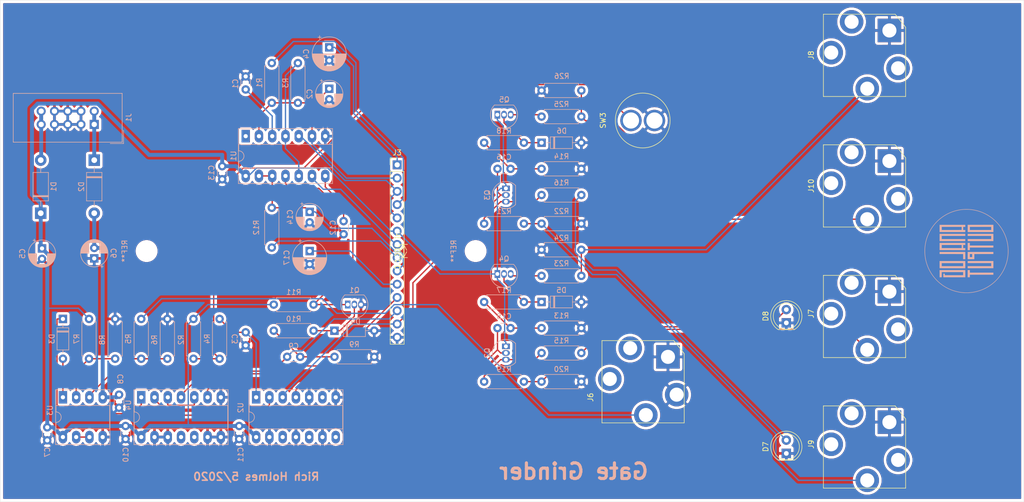
<source format=kicad_pcb>
(kicad_pcb (version 20171130) (host pcbnew 5.1.5-52549c5~84~ubuntu18.04.1)
  (title_block (title "Gate Grinder") (date 2020-05-09) (company "Rich Holmes / Analog Output"))
  (layers (0 F.Cu signal hide) (31 B.Cu signal hide) (34 B.Paste user) (35 F.Paste user) (36 B.SilkS user) (37 F.SilkS user) (38 B.Mask user) (39 F.Mask user) (44 Edge.Cuts user))
  (net 0 "")
  (net 1 GND)
  (net 2 "Net-(C1-Pad1)")
  (net 3 /CLOCK_RANGE_2)
  (net 4 "Net-(C3-Pad1)")
  (net 5 /CLOCK_RANGE_1)
  (net 6 VCC)
  (net 7 /-12V)
  (net 8 /555G2T)
  (net 9 "Net-(C9-Pad1)")
  (net 10 "Net-(C12-Pad1)")
  (net 11 /RESIZE_RANGE_2)
  (net 12 "Net-(C15-Pad2)")
  (net 13 /GATE_INV)
  (net 14 "Net-(C16-Pad2)")
  (net 15 /GATE)
  (net 16 /RESIZE_RANGE_1)
  (net 17 "Net-(D1-Pad2)")
  (net 18 "Net-(D2-Pad1)")
  (net 19 "Net-(D3-Pad2)")
  (net 20 "Net-(D3-Pad1)")
  (net 21 "Net-(D4-Pad1)")
  (net 22 "Net-(D5-Pad1)")
  (net 23 "Net-(D6-Pad1)")
  (net 24 /GATE_LED)
  (net 25 /~GATE~_LED)
  (net 26 /RESIZE_OUT)
  (net 27 /RESIZE_WIDTH_2)
  (net 28 /OR_IN)
  (net 29 /CLOCK_OUT)
  (net 30 /CLOCK_RATE_2)
  (net 31 "Net-(J6-PadRN)")
  (net 32 "Net-(J6-PadR)")
  (net 33 /GATE_IN)
  (net 34 "Net-(J7-PadRN)")
  (net 35 "Net-(J7-PadTN)")
  (net 36 "Net-(J7-PadR)")
  (net 37 /GATE_INV_OUT)
  (net 38 "Net-(J8-PadRN)")
  (net 39 "Net-(J8-PadTN)")
  (net 40 "Net-(J8-PadR)")
  (net 41 /GATE_OFF)
  (net 42 "Net-(J9-PadRN)")
  (net 43 "Net-(J9-PadTN)")
  (net 44 "Net-(J9-PadR)")
  (net 45 /GATE_OUT)
  (net 46 "Net-(J10-PadRN)")
  (net 47 "Net-(J10-PadTN)")
  (net 48 "Net-(J10-PadR)")
  (net 49 /GATE_ON)
  (net 50 "Net-(Q1-Pad1)")
  (net 51 "Net-(Q2-Pad3)")
  (net 52 "Net-(Q3-Pad3)")
  (net 53 "Net-(Q4-Pad3)")
  (net 54 "Net-(Q5-Pad3)")
  (net 55 /MANUAL_GATE)
  (net 56 "Net-(R5-Pad1)")
  (net 57 "Net-(R7-Pad2)")
  (net 58 "Net-(U1-Pad1)")
  (net 59 "Net-(U2-Pad6)")
  (net 60 "Net-(U2-Pad12)")
  (net 61 /BUTTON_IN)
  (net 62 "Net-(U2-Pad10)")
  (net 63 "Net-(U2-Pad8)")
  (net 64 "Net-(U3-Pad6)")
  (net 65 "Net-(U4-Pad3)")
  (net 66 "Net-(U4-Pad11)")
  (net 67 "Net-(U4-Pad10)")
  (module "Gate Grinder:analogoutput2" (layer B.Cu) (at 229 112 270)
    (fp_text reference G*** hide)
    (fp_text value LOGO hide)
  )
  (module "Gate Grinder:Gate_Grinder_panel_holes" (layer F.Cu) (at 142 112 90)
    (fp_text reference G*** hide)
    (fp_text value LOGO hide)
  )
  (module "Gate Grinder:Jack_6.35mm_PJ_629HAN" (layer F.Cu) (at 209.5 99.5 90)
    (fp_text reference J10 (at 0 -10.25 90) (layer F.SilkS))
    (fp_text value AudioJack3_SwitchTR)
    (pad RN thru_hole circle (at 6.4 -2.5 90) (size 4.500001 4.500001) (drill 2.7) (layers *.Cu *.Mask) (net 46 "Net-(J10-PadRN)"))
    (pad TN thru_hole circle (at -2.5 6.4 90) (size 4.5 4.5) (drill 2.7) (layers *.Cu *.Mask) (net 47 "Net-(J10-PadTN)"))
    (pad R thru_hole circle (at 0.5 -6.4 90) (size 4.500001 4.500001) (drill 2.7) (layers *.Cu *.Mask) (net 48 "Net-(J10-PadR)"))
    (pad S thru_hole rect (at 4.74 4.74 90) (size 4.500001 4.500001) (drill 2.7) (layers *.Cu *.Mask) (net 1 GND))
    (pad T thru_hole circle (at -6.4 0.5 90) (size 4.5 4.5) (drill 2.7) (layers *.Cu *.Mask) (net 49 /GATE_ON))
  )
  (module "Gate Grinder:Jack_6.35mm_PJ_629HAN" (layer F.Cu) (at 209.5 149.5 90)
    (fp_text reference J9 (at 0.5 -10.25 90) (layer F.SilkS))
    (fp_text value AudioJack3_SwitchTR)
    (pad RN thru_hole circle (at 6.4 -2.5 90) (size 4.500001 4.500001) (drill 2.7) (layers *.Cu *.Mask) (net 42 "Net-(J9-PadRN)"))
    (pad TN thru_hole circle (at -2.5 6.4 90) (size 4.5 4.5) (drill 2.7) (layers *.Cu *.Mask) (net 43 "Net-(J9-PadTN)"))
    (pad R thru_hole circle (at 0.5 -6.4 90) (size 4.500001 4.500001) (drill 2.7) (layers *.Cu *.Mask) (net 44 "Net-(J9-PadR)"))
    (pad S thru_hole rect (at 4.74 4.74 90) (size 4.500001 4.500001) (drill 2.7) (layers *.Cu *.Mask) (net 1 GND))
    (pad T thru_hole circle (at -6.4 0.5 90) (size 4.5 4.5) (drill 2.7) (layers *.Cu *.Mask) (net 45 /GATE_OUT))
  )
  (module "Gate Grinder:Jack_6.35mm_PJ_629HAN" (layer F.Cu) (at 209.5 74.5 90)
    (fp_text reference J8 (at 0 -10.25 90) (layer F.SilkS))
    (fp_text value AudioJack3_SwitchTR)
    (pad RN thru_hole circle (at 6.4 -2.5 90) (size 4.500001 4.500001) (drill 2.7) (layers *.Cu *.Mask) (net 38 "Net-(J8-PadRN)"))
    (pad TN thru_hole circle (at -2.5 6.4 90) (size 4.5 4.5) (drill 2.7) (layers *.Cu *.Mask) (net 39 "Net-(J8-PadTN)"))
    (pad R thru_hole circle (at 0.5 -6.4 90) (size 4.500001 4.500001) (drill 2.7) (layers *.Cu *.Mask) (net 40 "Net-(J8-PadR)"))
    (pad S thru_hole rect (at 4.74 4.74 90) (size 4.500001 4.500001) (drill 2.7) (layers *.Cu *.Mask) (net 1 GND))
    (pad T thru_hole circle (at -6.4 0.5 90) (size 4.5 4.5) (drill 2.7) (layers *.Cu *.Mask) (net 41 /GATE_OFF))
  )
  (module "Gate Grinder:Jack_6.35mm_PJ_629HAN" (layer F.Cu) (at 209.5 124.5 90)
    (fp_text reference J7 (at 0.5 -10.25 90) (layer F.SilkS))
    (fp_text value AudioJack3_SwitchTR)
    (pad RN thru_hole circle (at 6.4 -2.5 90) (size 4.500001 4.500001) (drill 2.7) (layers *.Cu *.Mask) (net 34 "Net-(J7-PadRN)"))
    (pad TN thru_hole circle (at -2.5 6.4 90) (size 4.5 4.5) (drill 2.7) (layers *.Cu *.Mask) (net 35 "Net-(J7-PadTN)"))
    (pad R thru_hole circle (at 0.5 -6.4 90) (size 4.500001 4.500001) (drill 2.7) (layers *.Cu *.Mask) (net 36 "Net-(J7-PadR)"))
    (pad S thru_hole rect (at 4.74 4.74 90) (size 4.500001 4.500001) (drill 2.7) (layers *.Cu *.Mask) (net 1 GND))
    (pad T thru_hole circle (at -6.4 0.5 90) (size 4.5 4.5) (drill 2.7) (layers *.Cu *.Mask) (net 37 /GATE_INV_OUT))
  )
  (module "Gate Grinder:Jack_6.35mm_PJ_629HAN" (layer F.Cu) (at 167.1 137 90)
    (fp_text reference J6 (at -3 -10.1 90) (layer F.SilkS))
    (fp_text value AudioJack3_SwitchTR)
    (pad RN thru_hole circle (at 6.4 -2.5 90) (size 4.500001 4.500001) (drill 2.7) (layers *.Cu *.Mask) (net 31 "Net-(J6-PadRN)"))
    (pad TN thru_hole circle (at -2.5 6.4 90) (size 4.5 4.5) (drill 2.7) (layers *.Cu *.Mask) (net 1 GND))
    (pad R thru_hole circle (at 0.5 -6.4 90) (size 4.500001 4.500001) (drill 2.7) (layers *.Cu *.Mask) (net 32 "Net-(J6-PadR)"))
    (pad S thru_hole rect (at 4.74 4.74 90) (size 4.500001 4.500001) (drill 2.7) (layers *.Cu *.Mask) (net 1 GND))
    (pad T thru_hole circle (at -6.4 0.5 90) (size 4.5 4.5) (drill 2.7) (layers *.Cu *.Mask) (net 33 /GATE_IN))
  )
  (module MountingHole:MountingHole_3.2mm_M3 (layer B.Cu) (at 135 112 270)
    (fp_text reference REF** (at 0 4.2 90) (layer B.SilkS) (effects (justify mirror)))
    (fp_text value MountingHole_3.2mm_M3)
    (pad 1 np_thru_hole circle (at 0 0 270) (size 3.2 3.2) (drill 3.2) (layers *.Cu *.Mask))
  )
  (module MountingHole:MountingHole_3.2mm_M3 (layer B.Cu) (at 72 112 270)
    (fp_text reference REF** (at 0 4.2 90) (layer B.SilkS) (effects (justify mirror)))
    (fp_text value MountingHole_3.2mm_M3)
    (pad 1 np_thru_hole circle (at 0 0 270) (size 3.2 3.2) (drill 3.2) (layers *.Cu *.Mask))
  )
  (module Package_DIP:DIP-14_W7.62mm_Socket_LongPads (layer B.Cu) (at 70.97206 140 270)
    (fp_text reference U4 (at 1.5 2.47206 90) (layer B.SilkS) (effects (justify mirror)))
    (fp_text value 4071)
    (pad 14 thru_hole oval (at 7.62 0 270) (size 2.4 1.6) (drill 0.8) (layers *.Cu *.Mask) (net 6 VCC))
    (pad 7 thru_hole oval (at 0 -15.24 270) (size 2.4 1.6) (drill 0.8) (layers *.Cu *.Mask) (net 1 GND))
    (pad 13 thru_hole oval (at 7.62 -2.54 270) (size 2.4 1.6) (drill 0.8) (layers *.Cu *.Mask) (net 1 GND))
    (pad 6 thru_hole oval (at 0 -12.7 270) (size 2.4 1.6) (drill 0.8) (layers *.Cu *.Mask) (net 28 /OR_IN))
    (pad 12 thru_hole oval (at 7.62 -5.08 270) (size 2.4 1.6) (drill 0.8) (layers *.Cu *.Mask) (net 1 GND))
    (pad 5 thru_hole oval (at 0 -10.16 270) (size 2.4 1.6) (drill 0.8) (layers *.Cu *.Mask) (net 65 "Net-(U4-Pad3)"))
    (pad 11 thru_hole oval (at 7.62 -7.62 270) (size 2.4 1.6) (drill 0.8) (layers *.Cu *.Mask) (net 66 "Net-(U4-Pad11)"))
    (pad 4 thru_hole oval (at 0 -7.62 270) (size 2.4 1.6) (drill 0.8) (layers *.Cu *.Mask) (net 8 /555G2T))
    (pad 10 thru_hole oval (at 7.62 -10.16 270) (size 2.4 1.6) (drill 0.8) (layers *.Cu *.Mask) (net 67 "Net-(U4-Pad10)"))
    (pad 3 thru_hole oval (at 0 -5.08 270) (size 2.4 1.6) (drill 0.8) (layers *.Cu *.Mask) (net 65 "Net-(U4-Pad3)"))
    (pad 9 thru_hole oval (at 7.62 -12.7 270) (size 2.4 1.6) (drill 0.8) (layers *.Cu *.Mask) (net 1 GND))
    (pad 2 thru_hole oval (at 0 -2.54 270) (size 2.4 1.6) (drill 0.8) (layers *.Cu *.Mask) (net 61 /BUTTON_IN))
    (pad 8 thru_hole oval (at 7.62 -15.24 270) (size 2.4 1.6) (drill 0.8) (layers *.Cu *.Mask) (net 1 GND))
    (pad 1 thru_hole rect (at 0 0 270) (size 2.4 1.6) (drill 0.8) (layers *.Cu *.Mask) (net 20 "Net-(D3-Pad1)"))
  )
  (module Package_DIP:DIP-8_W7.62mm_Socket_LongPads (layer B.Cu) (at 55.97206 140 270)
    (fp_text reference U3 (at 2.5 2.47206 90) (layer B.SilkS) (effects (justify mirror)))
    (fp_text value TL072)
    (pad 8 thru_hole oval (at 7.62 0 270) (size 2.4 1.6) (drill 0.8) (layers *.Cu *.Mask) (net 6 VCC))
    (pad 4 thru_hole oval (at 0 -7.62 270) (size 2.4 1.6) (drill 0.8) (layers *.Cu *.Mask) (net 7 /-12V))
    (pad 7 thru_hole oval (at 7.62 -2.54 270) (size 2.4 1.6) (drill 0.8) (layers *.Cu *.Mask) (net 64 "Net-(U3-Pad6)"))
    (pad 3 thru_hole oval (at 0 -5.08 270) (size 2.4 1.6) (drill 0.8) (layers *.Cu *.Mask) (net 56 "Net-(R5-Pad1)"))
    (pad 6 thru_hole oval (at 7.62 -5.08 270) (size 2.4 1.6) (drill 0.8) (layers *.Cu *.Mask) (net 64 "Net-(U3-Pad6)"))
    (pad 2 thru_hole oval (at 0 -2.54 270) (size 2.4 1.6) (drill 0.8) (layers *.Cu *.Mask) (net 57 "Net-(R7-Pad2)"))
    (pad 5 thru_hole oval (at 7.62 -7.62 270) (size 2.4 1.6) (drill 0.8) (layers *.Cu *.Mask) (net 1 GND))
    (pad 1 thru_hole rect (at 0 0 270) (size 2.4 1.6) (drill 0.8) (layers *.Cu *.Mask) (net 19 "Net-(D3-Pad2)"))
  )
  (module Package_DIP:DIP-14_W7.62mm_Socket_LongPads (layer B.Cu) (at 92.97206 140 270)
    (fp_text reference U2 (at 2 2.97206 90) (layer B.SilkS) (effects (justify mirror)))
    (fp_text value 4069)
    (pad 14 thru_hole oval (at 7.62 0 270) (size 2.4 1.6) (drill 0.8) (layers *.Cu *.Mask) (net 6 VCC))
    (pad 7 thru_hole oval (at 0 -15.24 270) (size 2.4 1.6) (drill 0.8) (layers *.Cu *.Mask) (net 1 GND))
    (pad 13 thru_hole oval (at 7.62 -2.54 270) (size 2.4 1.6) (drill 0.8) (layers *.Cu *.Mask) (net 1 GND))
    (pad 6 thru_hole oval (at 0 -12.7 270) (size 2.4 1.6) (drill 0.8) (layers *.Cu *.Mask) (net 59 "Net-(U2-Pad6)"))
    (pad 12 thru_hole oval (at 7.62 -5.08 270) (size 2.4 1.6) (drill 0.8) (layers *.Cu *.Mask) (net 60 "Net-(U2-Pad12)"))
    (pad 5 thru_hole oval (at 0 -10.16 270) (size 2.4 1.6) (drill 0.8) (layers *.Cu *.Mask) (net 1 GND))
    (pad 11 thru_hole oval (at 7.62 -7.62 270) (size 2.4 1.6) (drill 0.8) (layers *.Cu *.Mask) (net 1 GND))
    (pad 4 thru_hole oval (at 0 -7.62 270) (size 2.4 1.6) (drill 0.8) (layers *.Cu *.Mask) (net 13 /GATE_INV))
    (pad 10 thru_hole oval (at 7.62 -10.16 270) (size 2.4 1.6) (drill 0.8) (layers *.Cu *.Mask) (net 62 "Net-(U2-Pad10)"))
    (pad 3 thru_hole oval (at 0 -5.08 270) (size 2.4 1.6) (drill 0.8) (layers *.Cu *.Mask) (net 15 /GATE))
    (pad 9 thru_hole oval (at 7.62 -12.7 270) (size 2.4 1.6) (drill 0.8) (layers *.Cu *.Mask) (net 1 GND))
    (pad 2 thru_hole oval (at 0 -2.54 270) (size 2.4 1.6) (drill 0.8) (layers *.Cu *.Mask) (net 61 /BUTTON_IN))
    (pad 8 thru_hole oval (at 7.62 -15.24 270) (size 2.4 1.6) (drill 0.8) (layers *.Cu *.Mask) (net 63 "Net-(U2-Pad8)"))
    (pad 1 thru_hole rect (at 0 0 270) (size 2.4 1.6) (drill 0.8) (layers *.Cu *.Mask) (net 4 "Net-(C3-Pad1)"))
  )
  (module Package_DIP:DIP-14_W7.62mm_Socket_LongPads (layer B.Cu) (at 90.97206 90 270)
    (fp_text reference U1 (at 3.81 2.33 90) (layer B.SilkS) (effects (justify mirror)))
    (fp_text value NE556N)
    (pad 14 thru_hole oval (at 7.62 0 270) (size 2.4 1.6) (drill 0.8) (layers *.Cu *.Mask) (net 6 VCC))
    (pad 7 thru_hole oval (at 0 -15.24 270) (size 2.4 1.6) (drill 0.8) (layers *.Cu *.Mask) (net 1 GND))
    (pad 13 thru_hole oval (at 7.62 -2.54 270) (size 2.4 1.6) (drill 0.8) (layers *.Cu *.Mask) (net 11 /RESIZE_RANGE_2))
    (pad 6 thru_hole oval (at 0 -12.7 270) (size 2.4 1.6) (drill 0.8) (layers *.Cu *.Mask) (net 3 /CLOCK_RANGE_2))
    (pad 12 thru_hole oval (at 7.62 -5.08 270) (size 2.4 1.6) (drill 0.8) (layers *.Cu *.Mask) (net 11 /RESIZE_RANGE_2))
    (pad 5 thru_hole oval (at 0 -10.16 270) (size 2.4 1.6) (drill 0.8) (layers *.Cu *.Mask) (net 29 /CLOCK_OUT))
    (pad 11 thru_hole oval (at 7.62 -7.62 270) (size 2.4 1.6) (drill 0.8) (layers *.Cu *.Mask) (net 10 "Net-(C12-Pad1)"))
    (pad 4 thru_hole oval (at 0 -7.62 270) (size 2.4 1.6) (drill 0.8) (layers *.Cu *.Mask) (net 6 VCC))
    (pad 10 thru_hole oval (at 7.62 -10.16 270) (size 2.4 1.6) (drill 0.8) (layers *.Cu *.Mask) (net 6 VCC))
    (pad 3 thru_hole oval (at 0 -5.08 270) (size 2.4 1.6) (drill 0.8) (layers *.Cu *.Mask) (net 2 "Net-(C1-Pad1)"))
    (pad 9 thru_hole oval (at 7.62 -12.7 270) (size 2.4 1.6) (drill 0.8) (layers *.Cu *.Mask) (net 26 /RESIZE_OUT))
    (pad 2 thru_hole oval (at 0 -2.54 270) (size 2.4 1.6) (drill 0.8) (layers *.Cu *.Mask) (net 3 /CLOCK_RANGE_2))
    (pad 8 thru_hole oval (at 7.62 -15.24 270) (size 2.4 1.6) (drill 0.8) (layers *.Cu *.Mask) (net 50 "Net-(Q1-Pad1)"))
    (pad 1 thru_hole rect (at 0 0 270) (size 2.4 1.6) (drill 0.8) (layers *.Cu *.Mask) (net 58 "Net-(U1-Pad1)"))
  )
  (module "Gate Grinder:Tayda-PBS11-pushbutton" (layer F.Cu) (at 167 87 90)
    (fp_text reference SW3 (at 0 -7.6 90) (layer F.SilkS))
    (fp_text value SW_Push)
    (pad 1 thru_hole circle (at 0 2.25 90) (size 4.1 4.1) (drill 3.1) (layers *.Cu *.Mask) (net 1 GND))
    (pad 2 thru_hole circle (at 0 -2.25 90) (size 4.1 4.1) (drill 3.1) (layers *.Cu *.Mask) (net 55 /MANUAL_GATE))
  )
  (module Resistor_THT:R_Axial_DIN0207_L6.3mm_D2.5mm_P7.62mm_Horizontal (layer B.Cu) (at 147.63 81.25)
    (fp_text reference R26 (at 3.87 -2.75 180) (layer B.SilkS) (effects (justify mirror)))
    (fp_text value 1k)
    (pad 2 thru_hole oval (at 7.62 0) (size 1.6 1.6) (drill 0.8) (layers *.Cu *.Mask) (net 49 /GATE_ON))
    (pad 1 thru_hole circle (at 0 0) (size 1.6 1.6) (drill 0.8) (layers *.Cu *.Mask) (net 1 GND))
  )
  (module Resistor_THT:R_Axial_DIN0207_L6.3mm_D2.5mm_P7.62mm_Horizontal (layer B.Cu) (at 155.25 86.25 180)
    (fp_text reference R25 (at 3.81 2.37 180) (layer B.SilkS) (effects (justify mirror)))
    (fp_text value 1k8)
    (pad 2 thru_hole oval (at 7.62 0 180) (size 1.6 1.6) (drill 0.8) (layers *.Cu *.Mask) (net 54 "Net-(Q5-Pad3)"))
    (pad 1 thru_hole circle (at 0 0 180) (size 1.6 1.6) (drill 0.8) (layers *.Cu *.Mask) (net 49 /GATE_ON))
  )
  (module Resistor_THT:R_Axial_DIN0207_L6.3mm_D2.5mm_P7.62mm_Horizontal (layer B.Cu) (at 147.63 111.75)
    (fp_text reference R24 (at 3.81 -2.25 180) (layer B.SilkS) (effects (justify mirror)))
    (fp_text value 1k)
    (pad 2 thru_hole oval (at 7.62 0) (size 1.6 1.6) (drill 0.8) (layers *.Cu *.Mask) (net 41 /GATE_OFF))
    (pad 1 thru_hole circle (at 0 0) (size 1.6 1.6) (drill 0.8) (layers *.Cu *.Mask) (net 1 GND))
  )
  (module Resistor_THT:R_Axial_DIN0207_L6.3mm_D2.5mm_P7.62mm_Horizontal (layer B.Cu) (at 155.25 116.75 180)
    (fp_text reference R23 (at 3.81 2.37 180) (layer B.SilkS) (effects (justify mirror)))
    (fp_text value 1k8)
    (pad 2 thru_hole oval (at 7.62 0 180) (size 1.6 1.6) (drill 0.8) (layers *.Cu *.Mask) (net 53 "Net-(Q4-Pad3)"))
    (pad 1 thru_hole circle (at 0 0 180) (size 1.6 1.6) (drill 0.8) (layers *.Cu *.Mask) (net 41 /GATE_OFF))
  )
  (module Resistor_THT:R_Axial_DIN0207_L6.3mm_D2.5mm_P7.62mm_Horizontal (layer B.Cu) (at 155.25 106.75 180)
    (fp_text reference R22 (at 3.81 2.37 180) (layer B.SilkS) (effects (justify mirror)))
    (fp_text value 1k)
    (pad 2 thru_hole oval (at 7.62 0 180) (size 1.6 1.6) (drill 0.8) (layers *.Cu *.Mask) (net 45 /GATE_OUT))
    (pad 1 thru_hole circle (at 0 0 180) (size 1.6 1.6) (drill 0.8) (layers *.Cu *.Mask) (net 1 GND))
  )
  (module Resistor_THT:R_Axial_DIN0207_L6.3mm_D2.5mm_P7.62mm_Horizontal (layer B.Cu) (at 144.25 106.75 180)
    (fp_text reference R21 (at 3.81 2.37 180) (layer B.SilkS) (effects (justify mirror)))
    (fp_text value 1k8)
    (pad 2 thru_hole oval (at 7.62 0 180) (size 1.6 1.6) (drill 0.8) (layers *.Cu *.Mask) (net 52 "Net-(Q3-Pad3)"))
    (pad 1 thru_hole circle (at 0 0 180) (size 1.6 1.6) (drill 0.8) (layers *.Cu *.Mask) (net 45 /GATE_OUT))
  )
  (module Resistor_THT:R_Axial_DIN0207_L6.3mm_D2.5mm_P7.62mm_Horizontal (layer B.Cu) (at 155.25 137 180)
    (fp_text reference R20 (at 3.81 2.37 180) (layer B.SilkS) (effects (justify mirror)))
    (fp_text value 1k)
    (pad 2 thru_hole oval (at 7.62 0 180) (size 1.6 1.6) (drill 0.8) (layers *.Cu *.Mask) (net 37 /GATE_INV_OUT))
    (pad 1 thru_hole circle (at 0 0 180) (size 1.6 1.6) (drill 0.8) (layers *.Cu *.Mask) (net 1 GND))
  )
  (module Resistor_THT:R_Axial_DIN0207_L6.3mm_D2.5mm_P7.62mm_Horizontal (layer B.Cu) (at 144.25 137 180)
    (fp_text reference R19 (at 3.81 2.37 180) (layer B.SilkS) (effects (justify mirror)))
    (fp_text value 1k8)
    (pad 2 thru_hole oval (at 7.62 0 180) (size 1.6 1.6) (drill 0.8) (layers *.Cu *.Mask) (net 51 "Net-(Q2-Pad3)"))
    (pad 1 thru_hole circle (at 0 0 180) (size 1.6 1.6) (drill 0.8) (layers *.Cu *.Mask) (net 37 /GATE_INV_OUT))
  )
  (module Resistor_THT:R_Axial_DIN0207_L6.3mm_D2.5mm_P7.62mm_Horizontal (layer B.Cu) (at 136.63 91.25)
    (fp_text reference R18 (at 3.81 -2.25 180) (layer B.SilkS) (effects (justify mirror)))
    (fp_text value 100k)
    (pad 2 thru_hole oval (at 7.62 0) (size 1.6 1.6) (drill 0.8) (layers *.Cu *.Mask) (net 23 "Net-(D6-Pad1)"))
    (pad 1 thru_hole circle (at 0 0) (size 1.6 1.6) (drill 0.8) (layers *.Cu *.Mask) (net 14 "Net-(C16-Pad2)"))
  )
  (module Resistor_THT:R_Axial_DIN0207_L6.3mm_D2.5mm_P7.62mm_Horizontal (layer B.Cu) (at 136.63 121.75)
    (fp_text reference R17 (at 3.81 -2.25 180) (layer B.SilkS) (effects (justify mirror)))
    (fp_text value 100k)
    (pad 2 thru_hole oval (at 7.62 0) (size 1.6 1.6) (drill 0.8) (layers *.Cu *.Mask) (net 22 "Net-(D5-Pad1)"))
    (pad 1 thru_hole circle (at 0 0) (size 1.6 1.6) (drill 0.8) (layers *.Cu *.Mask) (net 12 "Net-(C15-Pad2)"))
  )
  (module Resistor_THT:R_Axial_DIN0207_L6.3mm_D2.5mm_P7.62mm_Horizontal (layer B.Cu) (at 155.25 101.27 180)
    (fp_text reference R16 (at 3.81 2.37 180) (layer B.SilkS) (effects (justify mirror)))
    (fp_text value RL)
    (pad 2 thru_hole oval (at 7.62 0 180) (size 1.6 1.6) (drill 0.8) (layers *.Cu *.Mask) (net 52 "Net-(Q3-Pad3)"))
    (pad 1 thru_hole circle (at 0 0 180) (size 1.6 1.6) (drill 0.8) (layers *.Cu *.Mask) (net 24 /GATE_LED))
  )
  (module Resistor_THT:R_Axial_DIN0207_L6.3mm_D2.5mm_P7.62mm_Horizontal (layer B.Cu) (at 155.25 131.52 180)
    (fp_text reference R15 (at 3.81 2.37 180) (layer B.SilkS) (effects (justify mirror)))
    (fp_text value RL)
    (pad 2 thru_hole oval (at 7.62 0 180) (size 1.6 1.6) (drill 0.8) (layers *.Cu *.Mask) (net 51 "Net-(Q2-Pad3)"))
    (pad 1 thru_hole circle (at 0 0 180) (size 1.6 1.6) (drill 0.8) (layers *.Cu *.Mask) (net 25 /~GATE~_LED))
  )
  (module Resistor_THT:R_Axial_DIN0207_L6.3mm_D2.5mm_P7.62mm_Horizontal (layer B.Cu) (at 155.25 96.25 180)
    (fp_text reference R14 (at 3.81 2.37 180) (layer B.SilkS) (effects (justify mirror)))
    (fp_text value 100k)
    (pad 2 thru_hole oval (at 7.62 0 180) (size 1.6 1.6) (drill 0.8) (layers *.Cu *.Mask) (net 14 "Net-(C16-Pad2)"))
    (pad 1 thru_hole circle (at 0 0 180) (size 1.6 1.6) (drill 0.8) (layers *.Cu *.Mask) (net 1 GND))
  )
  (module Resistor_THT:R_Axial_DIN0207_L6.3mm_D2.5mm_P7.62mm_Horizontal (layer B.Cu) (at 155.25 126.75 180)
    (fp_text reference R13 (at 3.81 2.37 180) (layer B.SilkS) (effects (justify mirror)))
    (fp_text value 100k)
    (pad 2 thru_hole oval (at 7.62 0 180) (size 1.6 1.6) (drill 0.8) (layers *.Cu *.Mask) (net 12 "Net-(C15-Pad2)"))
    (pad 1 thru_hole circle (at 0 0 180) (size 1.6 1.6) (drill 0.8) (layers *.Cu *.Mask) (net 1 GND))
  )
  (module Resistor_THT:R_Axial_DIN0207_L6.3mm_D2.5mm_P7.62mm_Horizontal (layer B.Cu) (at 95.97206 111.330225 90)
    (fp_text reference R12 (at 3.830225 -2.97206 90) (layer B.SilkS) (effects (justify mirror)))
    (fp_text value 1k)
    (pad 2 thru_hole oval (at 7.62 0 90) (size 1.6 1.6) (drill 0.8) (layers *.Cu *.Mask) (net 11 /RESIZE_RANGE_2))
    (pad 1 thru_hole circle (at 0 0 90) (size 1.6 1.6) (drill 0.8) (layers *.Cu *.Mask) (net 27 /RESIZE_WIDTH_2))
  )
  (module Resistor_THT:R_Axial_DIN0207_L6.3mm_D2.5mm_P7.62mm_Horizontal (layer B.Cu) (at 103.97206 122.25 180)
    (fp_text reference R11 (at 3.81 2.37 180) (layer B.SilkS) (effects (justify mirror)))
    (fp_text value 10k)
    (pad 2 thru_hole oval (at 7.62 0 180) (size 1.6 1.6) (drill 0.8) (layers *.Cu *.Mask) (net 6 VCC))
    (pad 1 thru_hole circle (at 0 0 180) (size 1.6 1.6) (drill 0.8) (layers *.Cu *.Mask) (net 50 "Net-(Q1-Pad1)"))
  )
  (module Resistor_THT:R_Axial_DIN0207_L6.3mm_D2.5mm_P7.62mm_Horizontal (layer B.Cu) (at 96.35206 127.25)
    (fp_text reference R10 (at 3.81 -2.25 180) (layer B.SilkS) (effects (justify mirror)))
    (fp_text value 100k)
    (pad 2 thru_hole oval (at 7.62 0) (size 1.6 1.6) (drill 0.8) (layers *.Cu *.Mask) (net 21 "Net-(D4-Pad1)"))
    (pad 1 thru_hole circle (at 0 0) (size 1.6 1.6) (drill 0.8) (layers *.Cu *.Mask) (net 9 "Net-(C9-Pad1)"))
  )
  (module Resistor_THT:R_Axial_DIN0207_L6.3mm_D2.5mm_P7.62mm_Horizontal (layer B.Cu) (at 115.59206 132.25 180)
    (fp_text reference R9 (at 3.81 2.37 180) (layer B.SilkS) (effects (justify mirror)))
    (fp_text value 100k)
    (pad 2 thru_hole oval (at 7.62 0 180) (size 1.6 1.6) (drill 0.8) (layers *.Cu *.Mask) (net 9 "Net-(C9-Pad1)"))
    (pad 1 thru_hole circle (at 0 0 180) (size 1.6 1.6) (drill 0.8) (layers *.Cu *.Mask) (net 1 GND))
  )
  (module Resistor_THT:R_Axial_DIN0207_L6.3mm_D2.5mm_P7.62mm_Horizontal (layer B.Cu) (at 65.97206 132.62 90)
    (fp_text reference R8 (at 3.62 -2.47206 90) (layer B.SilkS) (effects (justify mirror)))
    (fp_text value 15k)
    (pad 2 thru_hole oval (at 7.62 0 90) (size 1.6 1.6) (drill 0.8) (layers *.Cu *.Mask) (net 1 GND))
    (pad 1 thru_hole circle (at 0 0 90) (size 1.6 1.6) (drill 0.8) (layers *.Cu *.Mask) (net 57 "Net-(R7-Pad2)"))
  )
  (module Resistor_THT:R_Axial_DIN0207_L6.3mm_D2.5mm_P7.62mm_Horizontal (layer B.Cu) (at 60.97206 125 270)
    (fp_text reference R7 (at 3.81 2.37 90) (layer B.SilkS) (effects (justify mirror)))
    (fp_text value 100k)
    (pad 2 thru_hole oval (at 7.62 0 270) (size 1.6 1.6) (drill 0.8) (layers *.Cu *.Mask) (net 57 "Net-(R7-Pad2)"))
    (pad 1 thru_hole circle (at 0 0 270) (size 1.6 1.6) (drill 0.8) (layers *.Cu *.Mask) (net 6 VCC))
  )
  (module Resistor_THT:R_Axial_DIN0207_L6.3mm_D2.5mm_P7.62mm_Horizontal (layer B.Cu) (at 75.97206 132.62 90)
    (fp_text reference R6 (at 3.62 -2.47206 90) (layer B.SilkS) (effects (justify mirror)))
    (fp_text value 100k)
    (pad 2 thru_hole oval (at 7.62 0 90) (size 1.6 1.6) (drill 0.8) (layers *.Cu *.Mask) (net 1 GND))
    (pad 1 thru_hole circle (at 0 0 90) (size 1.6 1.6) (drill 0.8) (layers *.Cu *.Mask) (net 56 "Net-(R5-Pad1)"))
  )
  (module Resistor_THT:R_Axial_DIN0207_L6.3mm_D2.5mm_P7.62mm_Horizontal (layer B.Cu) (at 70.97206 132.62 90)
    (fp_text reference R5 (at 3.81 -2.47206 90) (layer B.SilkS) (effects (justify mirror)))
    (fp_text value 100k)
    (pad 2 thru_hole oval (at 7.62 0 90) (size 1.6 1.6) (drill 0.8) (layers *.Cu *.Mask) (net 33 /GATE_IN))
    (pad 1 thru_hole circle (at 0 0 90) (size 1.6 1.6) (drill 0.8) (layers *.Cu *.Mask) (net 56 "Net-(R5-Pad1)"))
  )
  (module Resistor_THT:R_Axial_DIN0207_L6.3mm_D2.5mm_P7.62mm_Horizontal (layer B.Cu) (at 85.97206 125 270)
    (fp_text reference R4 (at 3.81 2.37 90) (layer B.SilkS) (effects (justify mirror)))
    (fp_text value 10k)
    (pad 2 thru_hole oval (at 7.62 0 270) (size 1.6 1.6) (drill 0.8) (layers *.Cu *.Mask) (net 55 /MANUAL_GATE))
    (pad 1 thru_hole circle (at 0 0 270) (size 1.6 1.6) (drill 0.8) (layers *.Cu *.Mask) (net 4 "Net-(C3-Pad1)"))
  )
  (module Resistor_THT:R_Axial_DIN0207_L6.3mm_D2.5mm_P7.62mm_Horizontal (layer B.Cu) (at 100.97206 76 270)
    (fp_text reference R3 (at 3.81 2.37 90) (layer B.SilkS) (effects (justify mirror)))
    (fp_text value 1M)
    (pad 2 thru_hole oval (at 7.62 0 270) (size 1.6 1.6) (drill 0.8) (layers *.Cu *.Mask) (net 3 /CLOCK_RANGE_2))
    (pad 1 thru_hole circle (at 0 0 270) (size 1.6 1.6) (drill 0.8) (layers *.Cu *.Mask) (net 6 VCC))
  )
  (module Resistor_THT:R_Axial_DIN0207_L6.3mm_D2.5mm_P7.62mm_Horizontal (layer B.Cu) (at 80.97206 125 270)
    (fp_text reference R2 (at 4 2.37 90) (layer B.SilkS) (effects (justify mirror)))
    (fp_text value 100k)
    (pad 2 thru_hole oval (at 7.62 0 270) (size 1.6 1.6) (drill 0.8) (layers *.Cu *.Mask) (net 55 /MANUAL_GATE))
    (pad 1 thru_hole circle (at 0 0 270) (size 1.6 1.6) (drill 0.8) (layers *.Cu *.Mask) (net 6 VCC))
  )
  (module Resistor_THT:R_Axial_DIN0207_L6.3mm_D2.5mm_P7.62mm_Horizontal (layer B.Cu) (at 95.97206 76 270)
    (fp_text reference R1 (at 3.81 2.37 90) (layer B.SilkS) (effects (justify mirror)))
    (fp_text value 1k)
    (pad 2 thru_hole oval (at 7.62 0 270) (size 1.6 1.6) (drill 0.8) (layers *.Cu *.Mask) (net 3 /CLOCK_RANGE_2))
    (pad 1 thru_hole circle (at 0 0 270) (size 1.6 1.6) (drill 0.8) (layers *.Cu *.Mask) (net 30 /CLOCK_RATE_2))
  )
  (module Package_TO_SOT_THT:TO-92_Inline (layer B.Cu) (at 139.17 85.89)
    (fp_text reference Q5 (at 1.33 -2.89 180) (layer B.SilkS) (effects (justify mirror)))
    (fp_text value BC547)
    (pad 1 thru_hole rect (at 0 0) (size 1.05 1.5) (drill 0.75) (layers *.Cu *.Mask) (net 6 VCC))
    (pad 3 thru_hole oval (at 2.54 0) (size 1.05 1.5) (drill 0.75) (layers *.Cu *.Mask) (net 54 "Net-(Q5-Pad3)"))
    (pad 2 thru_hole oval (at 1.27 0) (size 1.05 1.5) (drill 0.75) (layers *.Cu *.Mask) (net 23 "Net-(D6-Pad1)"))
  )
  (module Package_TO_SOT_THT:TO-92_Inline (layer B.Cu) (at 139.17 116.39)
    (fp_text reference Q4 (at 1.27 -2.89 180) (layer B.SilkS) (effects (justify mirror)))
    (fp_text value BC547)
    (pad 1 thru_hole rect (at 0 0) (size 1.05 1.5) (drill 0.75) (layers *.Cu *.Mask) (net 6 VCC))
    (pad 3 thru_hole oval (at 2.54 0) (size 1.05 1.5) (drill 0.75) (layers *.Cu *.Mask) (net 53 "Net-(Q4-Pad3)"))
    (pad 2 thru_hole oval (at 1.27 0) (size 1.05 1.5) (drill 0.75) (layers *.Cu *.Mask) (net 22 "Net-(D5-Pad1)"))
  )
  (module Package_TO_SOT_THT:TO-92_Inline (layer B.Cu) (at 140.8 100 270)
    (fp_text reference Q3 (at 1.27 3.56 90) (layer B.SilkS) (effects (justify mirror)))
    (fp_text value BC547)
    (pad 1 thru_hole rect (at 0 0 270) (size 1.05 1.5) (drill 0.75) (layers *.Cu *.Mask) (net 6 VCC))
    (pad 3 thru_hole oval (at 2.54 0 270) (size 1.05 1.5) (drill 0.75) (layers *.Cu *.Mask) (net 52 "Net-(Q3-Pad3)"))
    (pad 2 thru_hole oval (at 1.27 0 270) (size 1.05 1.5) (drill 0.75) (layers *.Cu *.Mask) (net 15 /GATE))
  )
  (module Package_TO_SOT_THT:TO-92_Inline (layer B.Cu) (at 140.8 130.25 270)
    (fp_text reference Q2 (at 1.27 3.56 90) (layer B.SilkS) (effects (justify mirror)))
    (fp_text value BC547)
    (pad 1 thru_hole rect (at 0 0 270) (size 1.05 1.5) (drill 0.75) (layers *.Cu *.Mask) (net 6 VCC))
    (pad 3 thru_hole oval (at 2.54 0 270) (size 1.05 1.5) (drill 0.75) (layers *.Cu *.Mask) (net 51 "Net-(Q2-Pad3)"))
    (pad 2 thru_hole oval (at 1.27 0 270) (size 1.05 1.5) (drill 0.75) (layers *.Cu *.Mask) (net 13 /GATE_INV))
  )
  (module Package_TO_SOT_THT:TO-92_Inline (layer B.Cu) (at 110.51206 122.25)
    (fp_text reference Q1 (at 1.27 -2.75 180) (layer B.SilkS) (effects (justify mirror)))
    (fp_text value BC547)
    (pad 1 thru_hole rect (at 0 0) (size 1.05 1.5) (drill 0.75) (layers *.Cu *.Mask) (net 50 "Net-(Q1-Pad1)"))
    (pad 3 thru_hole oval (at 2.54 0) (size 1.05 1.5) (drill 0.75) (layers *.Cu *.Mask) (net 1 GND))
    (pad 2 thru_hole oval (at 1.27 0) (size 1.05 1.5) (drill 0.75) (layers *.Cu *.Mask) (net 21 "Net-(D4-Pad1)"))
  )
  (module Connector_PinHeader_2.54mm:PinHeader_1x14_P2.54mm_Vertical (layer F.Cu) (at 119.98 95.49)
    (fp_text reference J3 (at 0 -2.33) (layer F.SilkS))
    (fp_text value Conn_01x14)
    (pad 14 thru_hole oval (at 0 33.02) (size 1.7 1.7) (drill 1) (layers *.Cu *.Mask) (net 1 GND))
    (pad 13 thru_hole oval (at 0 30.48) (size 1.7 1.7) (drill 1) (layers *.Cu *.Mask) (net 15 /GATE))
    (pad 12 thru_hole oval (at 0 27.94) (size 1.7 1.7) (drill 1) (layers *.Cu *.Mask) (net 8 /555G2T))
    (pad 11 thru_hole oval (at 0 25.4) (size 1.7 1.7) (drill 1) (layers *.Cu *.Mask) (net 28 /OR_IN))
    (pad 10 thru_hole oval (at 0 22.86) (size 1.7 1.7) (drill 1) (layers *.Cu *.Mask) (net 16 /RESIZE_RANGE_1))
    (pad 9 thru_hole oval (at 0 20.32) (size 1.7 1.7) (drill 1) (layers *.Cu *.Mask) (net 11 /RESIZE_RANGE_2))
    (pad 8 thru_hole oval (at 0 17.78) (size 1.7 1.7) (drill 1) (layers *.Cu *.Mask) (net 27 /RESIZE_WIDTH_2))
    (pad 7 thru_hole oval (at 0 15.24) (size 1.7 1.7) (drill 1) (layers *.Cu *.Mask) (net 26 /RESIZE_OUT))
    (pad 6 thru_hole oval (at 0 12.7) (size 1.7 1.7) (drill 1) (layers *.Cu *.Mask) (net 6 VCC))
    (pad 5 thru_hole oval (at 0 10.16) (size 1.7 1.7) (drill 1) (layers *.Cu *.Mask) (net 29 /CLOCK_OUT))
    (pad 4 thru_hole oval (at 0 7.62) (size 1.7 1.7) (drill 1) (layers *.Cu *.Mask) (net 30 /CLOCK_RATE_2))
    (pad 3 thru_hole oval (at 0 5.08) (size 1.7 1.7) (drill 1) (layers *.Cu *.Mask) (net 29 /CLOCK_OUT))
    (pad 2 thru_hole oval (at 0 2.54) (size 1.7 1.7) (drill 1) (layers *.Cu *.Mask) (net 3 /CLOCK_RANGE_2))
    (pad 1 thru_hole rect (at 0 0) (size 1.7 1.7) (drill 1) (layers *.Cu *.Mask) (net 5 /CLOCK_RANGE_1))
  )
  (module Connector_IDC:IDC-Header_2x05_P2.54mm_Vertical (layer B.Cu) (at 61.97206 87.75 90)
    (fp_text reference J1 (at 1.27 6.604 90) (layer B.SilkS) (effects (justify mirror)))
    (fp_text value EURO_PWR_2x5)
    (pad 10 thru_hole oval (at 2.54 -10.16 90) (size 1.7272 1.7272) (drill 1.016) (layers *.Cu *.Mask) (net 17 "Net-(D1-Pad2)"))
    (pad 9 thru_hole oval (at 0 -10.16 90) (size 1.7272 1.7272) (drill 1.016) (layers *.Cu *.Mask) (net 17 "Net-(D1-Pad2)"))
    (pad 8 thru_hole oval (at 2.54 -7.62 90) (size 1.7272 1.7272) (drill 1.016) (layers *.Cu *.Mask) (net 1 GND))
    (pad 7 thru_hole oval (at 0 -7.62 90) (size 1.7272 1.7272) (drill 1.016) (layers *.Cu *.Mask) (net 1 GND))
    (pad 6 thru_hole oval (at 2.54 -5.08 90) (size 1.7272 1.7272) (drill 1.016) (layers *.Cu *.Mask) (net 1 GND))
    (pad 5 thru_hole oval (at 0 -5.08 90) (size 1.7272 1.7272) (drill 1.016) (layers *.Cu *.Mask) (net 1 GND))
    (pad 4 thru_hole oval (at 2.54 -2.54 90) (size 1.7272 1.7272) (drill 1.016) (layers *.Cu *.Mask) (net 1 GND))
    (pad 3 thru_hole oval (at 0 -2.54 90) (size 1.7272 1.7272) (drill 1.016) (layers *.Cu *.Mask) (net 1 GND))
    (pad 2 thru_hole oval (at 2.54 0 90) (size 1.7272 1.7272) (drill 1.016) (layers *.Cu *.Mask) (net 18 "Net-(D2-Pad1)"))
    (pad 1 thru_hole rect (at 0 0 90) (size 1.7272 1.7272) (drill 1.016) (layers *.Cu *.Mask) (net 18 "Net-(D2-Pad1)"))
  )
  (module LED_THT:LED_D5.0mm (layer F.Cu) (at 194.5 125.75 90)
    (fp_text reference D8 (at 1.27 -3.96 90) (layer F.SilkS))
    (fp_text value LED)
    (pad 2 thru_hole circle (at 2.54 0 90) (size 1.8 1.8) (drill 0.9) (layers *.Cu *.Mask) (net 25 /~GATE~_LED))
    (pad 1 thru_hole rect (at 0 0 90) (size 1.8 1.8) (drill 0.9) (layers *.Cu *.Mask) (net 1 GND))
  )
  (module LED_THT:LED_D5.0mm (layer F.Cu) (at 194.5 150.75 90)
    (fp_text reference D7 (at 1.27 -3.96 90) (layer F.SilkS))
    (fp_text value LED)
    (pad 2 thru_hole circle (at 2.54 0 90) (size 1.8 1.8) (drill 0.9) (layers *.Cu *.Mask) (net 24 /GATE_LED))
    (pad 1 thru_hole rect (at 0 0 90) (size 1.8 1.8) (drill 0.9) (layers *.Cu *.Mask) (net 1 GND))
  )
  (module Diode_THT:D_DO-35_SOD27_P7.62mm_Horizontal (layer B.Cu) (at 147.63 91.25)
    (fp_text reference D6 (at 3.87 -2.25 180) (layer B.SilkS) (effects (justify mirror)))
    (fp_text value 1N4148)
    (pad 2 thru_hole oval (at 7.62 0) (size 1.6 1.6) (drill 0.8) (layers *.Cu *.Mask) (net 1 GND))
    (pad 1 thru_hole rect (at 0 0) (size 1.6 1.6) (drill 0.8) (layers *.Cu *.Mask) (net 23 "Net-(D6-Pad1)"))
  )
  (module Diode_THT:D_DO-35_SOD27_P7.62mm_Horizontal (layer B.Cu) (at 147.63 121.75)
    (fp_text reference D5 (at 3.81 -2.25 180) (layer B.SilkS) (effects (justify mirror)))
    (fp_text value 1N4148)
    (pad 2 thru_hole oval (at 7.62 0) (size 1.6 1.6) (drill 0.8) (layers *.Cu *.Mask) (net 1 GND))
    (pad 1 thru_hole rect (at 0 0) (size 1.6 1.6) (drill 0.8) (layers *.Cu *.Mask) (net 22 "Net-(D5-Pad1)"))
  )
  (module Diode_THT:D_DO-35_SOD27_P7.62mm_Horizontal (layer B.Cu) (at 107.97206 127.25)
    (fp_text reference D4 (at 4.02794 -1.75 180) (layer B.SilkS) (effects (justify mirror)))
    (fp_text value 1N4148)
    (pad 2 thru_hole oval (at 7.62 0) (size 1.6 1.6) (drill 0.8) (layers *.Cu *.Mask) (net 1 GND))
    (pad 1 thru_hole rect (at 0 0) (size 1.6 1.6) (drill 0.8) (layers *.Cu *.Mask) (net 21 "Net-(D4-Pad1)"))
  )
  (module Diode_THT:D_DO-35_SOD27_P7.62mm_Horizontal (layer B.Cu) (at 55.97206 125 270)
    (fp_text reference D3 (at 3.81 2.12 90) (layer B.SilkS) (effects (justify mirror)))
    (fp_text value 1N4148)
    (pad 2 thru_hole oval (at 7.62 0 270) (size 1.6 1.6) (drill 0.8) (layers *.Cu *.Mask) (net 19 "Net-(D3-Pad2)"))
    (pad 1 thru_hole rect (at 0 0 270) (size 1.6 1.6) (drill 0.8) (layers *.Cu *.Mask) (net 20 "Net-(D3-Pad1)"))
  )
  (module Diode_THT:D_DO-41_SOD81_P10.16mm_Horizontal (layer B.Cu) (at 61.97206 94.59 270)
    (fp_text reference D2 (at 5.08 2.47 90) (layer B.SilkS) (effects (justify mirror)))
    (fp_text value 1N5817)
    (pad 2 thru_hole oval (at 10.16 0 270) (size 2.2 2.2) (drill 1.1) (layers *.Cu *.Mask) (net 7 /-12V))
    (pad 1 thru_hole rect (at 0 0 270) (size 2.2 2.2) (drill 1.1) (layers *.Cu *.Mask) (net 18 "Net-(D2-Pad1)"))
  )
  (module Diode_THT:D_DO-41_SOD81_P10.16mm_Horizontal (layer B.Cu) (at 51.72206 104.75 90)
    (fp_text reference D1 (at 5.08 2.47 90) (layer B.SilkS) (effects (justify mirror)))
    (fp_text value 1N5817)
    (pad 2 thru_hole oval (at 10.16 0 90) (size 2.2 2.2) (drill 1.1) (layers *.Cu *.Mask) (net 17 "Net-(D1-Pad2)"))
    (pad 1 thru_hole rect (at 0 0 90) (size 2.2 2.2) (drill 1.1) (layers *.Cu *.Mask) (net 6 VCC))
  )
  (module Capacitor_THT:CP_Radial_D6.3mm_P2.50mm (layer B.Cu) (at 103.22206 112 270)
    (fp_text reference C17 (at 1.25 4.4 90) (layer B.SilkS) (effects (justify mirror)))
    (fp_text value 47uF)
    (pad 2 thru_hole circle (at 2.5 0 270) (size 1.6 1.6) (drill 0.8) (layers *.Cu *.Mask) (net 1 GND))
    (pad 1 thru_hole rect (at 0 0 270) (size 1.6 1.6) (drill 0.8) (layers *.Cu *.Mask) (net 16 /RESIZE_RANGE_1))
  )
  (module Capacitor_THT:C_Disc_D3.0mm_W1.6mm_P2.50mm (layer B.Cu) (at 139.19 96.25)
    (fp_text reference C16 (at 1.25 -2.25 180) (layer B.SilkS) (effects (justify mirror)))
    (fp_text value 100pf)
    (pad 2 thru_hole circle (at 2.5 0) (size 1.6 1.6) (drill 0.8) (layers *.Cu *.Mask) (net 14 "Net-(C16-Pad2)"))
    (pad 1 thru_hole circle (at 0 0) (size 1.6 1.6) (drill 0.8) (layers *.Cu *.Mask) (net 15 /GATE))
  )
  (module Capacitor_THT:C_Disc_D3.0mm_W1.6mm_P2.50mm (layer B.Cu) (at 139.19 126.75)
    (fp_text reference C15 (at 1.25 -2.25 180) (layer B.SilkS) (effects (justify mirror)))
    (fp_text value 100pf)
    (pad 2 thru_hole circle (at 2.5 0) (size 1.6 1.6) (drill 0.8) (layers *.Cu *.Mask) (net 12 "Net-(C15-Pad2)"))
    (pad 1 thru_hole circle (at 0 0) (size 1.6 1.6) (drill 0.8) (layers *.Cu *.Mask) (net 13 /GATE_INV))
  )
  (module Capacitor_THT:CP_Radial_D5.0mm_P2.00mm (layer B.Cu) (at 103.22206 104.5 270)
    (fp_text reference C14 (at 1 3.75 90) (layer B.SilkS) (effects (justify mirror)))
    (fp_text value 2.2uF)
    (pad 2 thru_hole circle (at 2 0 270) (size 1.6 1.6) (drill 0.8) (layers *.Cu *.Mask) (net 1 GND))
    (pad 1 thru_hole rect (at 0 0 270) (size 1.6 1.6) (drill 0.8) (layers *.Cu *.Mask) (net 11 /RESIZE_RANGE_2))
  )
  (module Capacitor_THT:C_Disc_D3.0mm_W1.6mm_P2.50mm (layer B.Cu) (at 86.47206 95.75 270)
    (fp_text reference C13 (at 1.25 2.05 90) (layer B.SilkS) (effects (justify mirror)))
    (fp_text value 0.1uF)
    (pad 2 thru_hole circle (at 2.5 0 270) (size 1.6 1.6) (drill 0.8) (layers *.Cu *.Mask) (net 1 GND))
    (pad 1 thru_hole circle (at 0 0 270) (size 1.6 1.6) (drill 0.8) (layers *.Cu *.Mask) (net 6 VCC))
  )
  (module Capacitor_THT:C_Disc_D3.0mm_W1.6mm_P2.50mm (layer B.Cu) (at 109.72206 106.270225 270)
    (fp_text reference C12 (at 1.25 2.05 90) (layer B.SilkS) (effects (justify mirror)))
    (fp_text value 0.01uF)
    (pad 2 thru_hole circle (at 2.5 0 270) (size 1.6 1.6) (drill 0.8) (layers *.Cu *.Mask) (net 1 GND))
    (pad 1 thru_hole circle (at 0 0 270) (size 1.6 1.6) (drill 0.8) (layers *.Cu *.Mask) (net 10 "Net-(C12-Pad1)"))
  )
  (module Capacitor_THT:C_Disc_D3.0mm_W1.6mm_P2.50mm (layer B.Cu) (at 89.72206 148 90)
    (fp_text reference C11 (at -3 0.27794 90) (layer B.SilkS) (effects (justify mirror)))
    (fp_text value 0.1uF)
    (pad 2 thru_hole circle (at 2.5 0 90) (size 1.6 1.6) (drill 0.8) (layers *.Cu *.Mask) (net 6 VCC))
    (pad 1 thru_hole circle (at 0 0 90) (size 1.6 1.6) (drill 0.8) (layers *.Cu *.Mask) (net 1 GND))
  )
  (module Capacitor_THT:C_Disc_D3.0mm_W1.6mm_P2.50mm (layer B.Cu) (at 67.97206 148 90)
    (fp_text reference C10 (at -3 0.02794 90) (layer B.SilkS) (effects (justify mirror)))
    (fp_text value 0.1uF)
    (pad 2 thru_hole circle (at 2.5 0 90) (size 1.6 1.6) (drill 0.8) (layers *.Cu *.Mask) (net 6 VCC))
    (pad 1 thru_hole circle (at 0 0 90) (size 1.6 1.6) (drill 0.8) (layers *.Cu *.Mask) (net 1 GND))
  )
  (module Capacitor_THT:C_Disc_D3.0mm_W1.6mm_P2.50mm (layer B.Cu) (at 101.41206 132.25 180)
    (fp_text reference C9 (at 1.25 2.05 180) (layer B.SilkS) (effects (justify mirror)))
    (fp_text value 100pf)
    (pad 2 thru_hole circle (at 2.5 0 180) (size 1.6 1.6) (drill 0.8) (layers *.Cu *.Mask) (net 8 /555G2T))
    (pad 1 thru_hole circle (at 0 0 180) (size 1.6 1.6) (drill 0.8) (layers *.Cu *.Mask) (net 9 "Net-(C9-Pad1)"))
  )
  (module Capacitor_THT:C_Disc_D3.0mm_W1.6mm_P2.50mm (layer B.Cu) (at 66.72206 139.5 270)
    (fp_text reference C8 (at -3 -0.27794 90) (layer B.SilkS) (effects (justify mirror)))
    (fp_text value 0.1uF)
    (pad 2 thru_hole circle (at 2.5 0 270) (size 1.6 1.6) (drill 0.8) (layers *.Cu *.Mask) (net 1 GND))
    (pad 1 thru_hole circle (at 0 0 270) (size 1.6 1.6) (drill 0.8) (layers *.Cu *.Mask) (net 7 /-12V))
  )
  (module Capacitor_THT:C_Disc_D3.0mm_W1.6mm_P2.50mm (layer B.Cu) (at 52.97206 148.25 90)
    (fp_text reference C7 (at -2.25 0.02794 90) (layer B.SilkS) (effects (justify mirror)))
    (fp_text value 0.1uF)
    (pad 2 thru_hole circle (at 2.5 0 90) (size 1.6 1.6) (drill 0.8) (layers *.Cu *.Mask) (net 6 VCC))
    (pad 1 thru_hole circle (at 0 0 90) (size 1.6 1.6) (drill 0.8) (layers *.Cu *.Mask) (net 1 GND))
  )
  (module Capacitor_THT:CP_Radial_D5.0mm_P2.00mm (layer B.Cu) (at 61.97206 113.410225 90)
    (fp_text reference C6 (at 1 3.75 90) (layer B.SilkS) (effects (justify mirror)))
    (fp_text value 10uF)
    (pad 2 thru_hole circle (at 2 0 90) (size 1.6 1.6) (drill 0.8) (layers *.Cu *.Mask) (net 7 /-12V))
    (pad 1 thru_hole rect (at 0 0 90) (size 1.6 1.6) (drill 0.8) (layers *.Cu *.Mask) (net 1 GND))
  )
  (module Capacitor_THT:CP_Radial_D5.0mm_P2.00mm (layer B.Cu) (at 51.97206 111.5 270)
    (fp_text reference C5 (at 1 3.75 90) (layer B.SilkS) (effects (justify mirror)))
    (fp_text value 10uF)
    (pad 2 thru_hole circle (at 2 0 270) (size 1.6 1.6) (drill 0.8) (layers *.Cu *.Mask) (net 1 GND))
    (pad 1 thru_hole rect (at 0 0 270) (size 1.6 1.6) (drill 0.8) (layers *.Cu *.Mask) (net 6 VCC))
  )
  (module Capacitor_THT:CP_Radial_D6.3mm_P2.50mm (layer B.Cu) (at 106.97206 73 270)
    (fp_text reference C4 (at 1.25 4.4 90) (layer B.SilkS) (effects (justify mirror)))
    (fp_text value 47uF)
    (pad 2 thru_hole circle (at 2.5 0 270) (size 1.6 1.6) (drill 0.8) (layers *.Cu *.Mask) (net 1 GND))
    (pad 1 thru_hole rect (at 0 0 270) (size 1.6 1.6) (drill 0.8) (layers *.Cu *.Mask) (net 5 /CLOCK_RANGE_1))
  )
  (module Capacitor_THT:C_Disc_D3.0mm_W1.6mm_P2.50mm (layer B.Cu) (at 90.97206 127.56 270)
    (fp_text reference C3 (at 1.25 2.05 90) (layer B.SilkS) (effects (justify mirror)))
    (fp_text value 0.1uF)
    (pad 2 thru_hole circle (at 2.5 0 270) (size 1.6 1.6) (drill 0.8) (layers *.Cu *.Mask) (net 1 GND))
    (pad 1 thru_hole circle (at 0 0 270) (size 1.6 1.6) (drill 0.8) (layers *.Cu *.Mask) (net 4 "Net-(C3-Pad1)"))
  )
  (module Capacitor_THT:CP_Radial_D5.0mm_P2.00mm (layer B.Cu) (at 106.97206 80.92 270)
    (fp_text reference C2 (at 1 3.75 90) (layer B.SilkS) (effects (justify mirror)))
    (fp_text value 2.2uF)
    (pad 2 thru_hole circle (at 2 0 270) (size 1.6 1.6) (drill 0.8) (layers *.Cu *.Mask) (net 1 GND))
    (pad 1 thru_hole rect (at 0 0 270) (size 1.6 1.6) (drill 0.8) (layers *.Cu *.Mask) (net 3 /CLOCK_RANGE_2))
  )
  (module Capacitor_THT:C_Disc_D3.0mm_W1.6mm_P2.50mm (layer B.Cu) (at 90.97206 81.06 90)
    (fp_text reference C1 (at 1.06 -1.97206 90) (layer B.SilkS) (effects (justify mirror)))
    (fp_text value 0.01uF)
    (pad 2 thru_hole circle (at 2.5 0 90) (size 1.6 1.6) (drill 0.8) (layers *.Cu *.Mask) (net 1 GND))
    (pad 1 thru_hole circle (at 0 0 90) (size 1.6 1.6) (drill 0.8) (layers *.Cu *.Mask) (net 2 "Net-(C1-Pad1)"))
  )
  (gr_text "Rich Holmes 5/2020" (at 93 155.2) (layer B.SilkS) (effects (font (size 1.5 1.5) (thickness 0.3)) (justify mirror)))
  (gr_text "Gate Grinder" (at 153.8 154.2) (layer B.SilkS) (effects (font (size 3 3) (thickness 0.6)) (justify mirror)))
  (gr_line (start 44 160) (end 240 160) (layer Edge.Cuts) (width 0.05))
  (gr_line (start 240 64) (end 240 160) (layer Edge.Cuts) (width 0.05))
  (gr_line (start 44 64) (end 240 64) (layer Edge.Cuts) (width 0.05))
  (gr_line (start 44 160) (end 44 64) (layer Edge.Cuts) (width 0.05))
  (dimension 2.540011 (width 0.12) (layer F.SilkS) (gr_text "2.540 mm" (at 119.951512 111.981629 89.8281132) (layer F.SilkS) (effects (font (size 1 1) (thickness 0.15)))) (feature1 (pts (xy 121.95892 110.71764) (xy 120.638898 110.71368))) (feature2 (pts (xy 121.9513 113.25764) (xy 120.631278 113.25368))) (crossbar (pts (xy 121.217696 113.255439) (xy 121.225316 110.715439))) (arrow1a (pts (xy 121.225316 110.715439) (xy 121.808355 111.843697))) (arrow1b (pts (xy 121.225316 110.715439) (xy 120.635518 111.840178))) (arrow2a (pts (xy 121.217696 113.255439) (xy 121.807494 112.1307))) (arrow2b (pts (xy 121.217696 113.255439) (xy 120.634657 112.127181))))
  (segment (start 96.05206 86.14) (end 90.97206 81.06) (width 0.25) (layer B.Cu) (net 2))
  (segment (start 96.05206 90) (end 96.05206 86.14) (width 0.25) (layer B.Cu) (net 2))
  (segment (start 93.51206 86.08) (end 95.97206 83.62) (width 0.25) (layer F.Cu) (net 3))
  (segment (start 93.51206 90) (end 93.51206 86.08) (width 0.25) (layer F.Cu) (net 3))
  (segment (start 95.97206 83.62) (end 100.97206 83.62) (width 0.25) (layer F.Cu) (net 3))
  (segment (start 104.27206 83.62) (end 106.97206 80.92) (width 0.25) (layer F.Cu) (net 3))
  (segment (start 103.67206 84.22) (end 103.67206 90) (width 0.25) (layer F.Cu) (net 3))
  (segment (start 104.27206 83.62) (end 103.67206 84.22) (width 0.25) (layer F.Cu) (net 3))
  (segment (start 103.67206 91.45) (end 103.67206 90) (width 0.25) (layer B.Cu) (net 3))
  (segment (start 110.25206 98.03) (end 103.67206 91.45) (width 0.25) (layer B.Cu) (net 3))
  (segment (start 119.98 98.03) (end 110.25206 98.03) (width 0.25) (layer B.Cu) (net 3))
  (segment (start 103.07206 83.62) (end 100.97206 83.62) (width 0.25) (layer F.Cu) (net 3))
  (segment (start 103.67206 84.22) (end 103.07206 83.62) (width 0.25) (layer F.Cu) (net 3))
  (segment (start 88.53206 127.56) (end 90.97206 127.56) (width 0.25) (layer F.Cu) (net 4))
  (segment (start 85.97206 125) (end 88.53206 127.56) (width 0.25) (layer F.Cu) (net 4))
  (segment (start 90.97206 127.56) (end 92.97206 129.56) (width 0.25) (layer B.Cu) (net 4))
  (segment (start 92.97206 129.56) (end 92.97206 140) (width 0.25) (layer B.Cu) (net 4))
  (segment (start 119.98 93.98) (end 119.98 95.49) (width 0.25) (layer B.Cu) (net 5))
  (segment (start 111.62852 85.62852) (end 119.98 93.98) (width 0.25) (layer B.Cu) (net 5))
  (segment (start 111.62852 76.60646) (end 111.62852 85.62852) (width 0.25) (layer B.Cu) (net 5))
  (segment (start 106.97206 73) (end 108.02206 73) (width 0.25) (layer B.Cu) (net 5))
  (segment (start 108.02206 73) (end 111.62852 76.60646) (width 0.25) (layer B.Cu) (net 5))
  (segment (start 51.72206 111.25) (end 51.97206 111.5) (width 0.75) (layer B.Cu) (net 6))
  (segment (start 51.72206 104.75) (end 51.72206 111.25) (width 0.75) (layer B.Cu) (net 6))
  (segment (start 52.97206 122.95) (end 52.97206 145.75) (width 0.75) (layer B.Cu) (net 6))
  (segment (start 54.10206 145.75) (end 55.97206 147.62) (width 0.75) (layer B.Cu) (net 6))
  (segment (start 52.97206 145.75) (end 54.10206 145.75) (width 0.75) (layer B.Cu) (net 6))
  (segment (start 57.69206 145.5) (end 67.97206 145.5) (width 0.75) (layer B.Cu) (net 6))
  (segment (start 55.97206 147.22) (end 57.69206 145.5) (width 0.75) (layer B.Cu) (net 6))
  (segment (start 55.97206 147.62) (end 55.97206 147.22) (width 0.75) (layer B.Cu) (net 6))
  (segment (start 68.85206 145.5) (end 70.97206 147.62) (width 0.75) (layer B.Cu) (net 6))
  (segment (start 67.97206 145.5) (end 68.85206 145.5) (width 0.75) (layer B.Cu) (net 6))
  (segment (start 79.97206 145.5) (end 89.72206 145.5) (width 0.75) (layer B.Cu) (net 6))
  (segment (start 70.97206 147.22) (end 72.69206 145.5) (width 0.75) (layer B.Cu) (net 6))
  (segment (start 70.97206 147.62) (end 70.97206 147.22) (width 0.75) (layer B.Cu) (net 6))
  (segment (start 90.85206 145.5) (end 92.97206 147.62) (width 0.75) (layer B.Cu) (net 6))
  (segment (start 89.72206 145.5) (end 90.85206 145.5) (width 0.75) (layer B.Cu) (net 6))
  (segment (start 86.47206 93.58087) (end 86.47206 95.75) (width 0.75) (layer B.Cu) (net 6))
  (segment (start 51.121531 83.771399) (end 62.662589 83.771399) (width 0.75) (layer B.Cu) (net 6))
  (segment (start 50.047059 84.845871) (end 51.121531 83.771399) (width 0.75) (layer B.Cu) (net 6))
  (segment (start 50.047059 101.224999) (end 50.047059 84.845871) (width 0.75) (layer B.Cu) (net 6))
  (segment (start 51.72206 102.9) (end 50.047059 101.224999) (width 0.75) (layer B.Cu) (net 6))
  (segment (start 51.72206 104.75) (end 51.72206 102.9) (width 0.75) (layer B.Cu) (net 6))
  (segment (start 58.92206 122.95) (end 60.97206 125) (width 0.25) (layer B.Cu) (net 6))
  (segment (start 52.97206 122.95) (end 58.92206 122.95) (width 0.25) (layer B.Cu) (net 6))
  (segment (start 79.847059 126.125001) (end 80.97206 125) (width 0.25) (layer B.Cu) (net 6))
  (segment (start 79.847059 133.160001) (end 79.847059 126.125001) (width 0.25) (layer B.Cu) (net 6))
  (segment (start 79.97206 133.285002) (end 79.847059 133.160001) (width 0.25) (layer B.Cu) (net 6))
  (segment (start 79.97206 145.5) (end 79.97206 133.285002) (width 0.25) (layer B.Cu) (net 6))
  (segment (start 72.69206 145.5) (end 79.97206 145.5) (width 0.75) (layer B.Cu) (net 6))
  (segment (start 83.72206 122.25) (end 96.35206 122.25) (width 0.25) (layer B.Cu) (net 6))
  (segment (start 80.97206 125) (end 83.72206 122.25) (width 0.25) (layer B.Cu) (net 6))
  (segment (start 89.10206 95.75) (end 90.97206 97.62) (width 0.75) (layer B.Cu) (net 6))
  (segment (start 86.47206 95.75) (end 89.10206 95.75) (width 0.75) (layer B.Cu) (net 6))
  (segment (start 101.05705 96.09499) (end 101.13206 96.17) (width 0.25) (layer B.Cu) (net 6))
  (segment (start 91.521056 97.62) (end 93.046066 96.09499) (width 0.25) (layer B.Cu) (net 6))
  (segment (start 93.046066 96.09499) (end 101.05705 96.09499) (width 0.25) (layer B.Cu) (net 6))
  (segment (start 90.97206 97.62) (end 91.521056 97.62) (width 0.25) (layer B.Cu) (net 6))
  (segment (start 98.59206 90) (end 98.59206 92.37) (width 0.25) (layer B.Cu) (net 6))
  (segment (start 101.13206 94.91) (end 101.13206 97.62) (width 0.25) (layer B.Cu) (net 6))
  (segment (start 98.59206 92.37) (end 101.13206 94.91) (width 0.25) (layer B.Cu) (net 6))
  (segment (start 98.59206 78.38) (end 100.97206 76) (width 0.25) (layer B.Cu) (net 6))
  (segment (start 98.59206 90) (end 98.59206 78.38) (width 0.25) (layer B.Cu) (net 6))
  (segment (start 139.17 86.89) (end 139.17 85.89) (width 0.25) (layer B.Cu) (net 6))
  (segment (start 140.315001 88.035001) (end 139.17 86.89) (width 0.25) (layer B.Cu) (net 6))
  (segment (start 140.315001 98.740001) (end 140.315001 88.035001) (width 0.25) (layer B.Cu) (net 6))
  (segment (start 140.8 99.225) (end 140.315001 98.740001) (width 0.25) (layer B.Cu) (net 6))
  (segment (start 140.8 100) (end 140.8 99.225) (width 0.25) (layer B.Cu) (net 6))
  (segment (start 140.8 129.475) (end 140.8 130.25) (width 0.25) (layer B.Cu) (net 6))
  (segment (start 140.564999 129.239999) (end 140.8 129.475) (width 0.25) (layer B.Cu) (net 6))
  (segment (start 140.564999 118.784999) (end 140.564999 129.239999) (width 0.25) (layer B.Cu) (net 6))
  (segment (start 139.17 117.39) (end 140.564999 118.784999) (width 0.25) (layer B.Cu) (net 6))
  (segment (start 139.17 116.39) (end 139.17 117.39) (width 0.25) (layer B.Cu) (net 6))
  (segment (start 101.13206 97.62) (end 101.13206 96.17) (width 0.25) (layer B.Cu) (net 6))
  (segment (start 118.777919 108.19) (end 119.98 108.19) (width 0.25) (layer B.Cu) (net 6))
  (segment (start 106.682909 96.09499) (end 118.777919 108.19) (width 0.25) (layer B.Cu) (net 6))
  (segment (start 101.20707 96.09499) (end 106.682909 96.09499) (width 0.25) (layer B.Cu) (net 6))
  (segment (start 101.13206 96.17) (end 101.20707 96.09499) (width 0.25) (layer B.Cu) (net 6))
  (segment (start 128.18 116.39) (end 139.17 116.39) (width 0.25) (layer B.Cu) (net 6))
  (segment (start 119.98 108.19) (end 128.18 116.39) (width 0.25) (layer B.Cu) (net 6))
  (segment (start 139.17 115.39) (end 139.17 116.39) (width 0.25) (layer B.Cu) (net 6))
  (segment (start 139.17 100.63) (end 139.17 115.39) (width 0.25) (layer B.Cu) (net 6))
  (segment (start 139.8 100) (end 139.17 100.63) (width 0.25) (layer B.Cu) (net 6))
  (segment (start 140.8 100) (end 139.8 100) (width 0.25) (layer B.Cu) (net 6))
  (segment (start 53.347061 114.160001) (end 53.347061 112.875001) (width 0.75) (layer B.Cu) (net 6))
  (segment (start 53.347061 112.875001) (end 51.97206 111.5) (width 0.75) (layer B.Cu) (net 6))
  (segment (start 52.97206 114.535002) (end 53.347061 114.160001) (width 0.75) (layer B.Cu) (net 6))
  (segment (start 52.97206 122.95) (end 52.97206 114.535002) (width 0.75) (layer B.Cu) (net 6))
  (segment (start 72.47206 93.58087) (end 62.662589 83.771399) (width 0.75) (layer B.Cu) (net 6))
  (segment (start 86.47206 93.58087) (end 72.47206 93.58087) (width 0.75) (layer B.Cu) (net 6))
  (segment (start 61.97206 104.75) (end 61.97206 111.410225) (width 0.75) (layer B.Cu) (net 7))
  (segment (start 66.22206 140) (end 66.72206 139.5) (width 0.75) (layer B.Cu) (net 7))
  (segment (start 63.59206 140) (end 66.22206 140) (width 0.75) (layer B.Cu) (net 7))
  (segment (start 63.10343 111.410225) (end 61.97206 111.410225) (width 0.75) (layer B.Cu) (net 7))
  (segment (start 63.59206 111.898855) (end 63.10343 111.410225) (width 0.75) (layer B.Cu) (net 7))
  (segment (start 63.59206 140) (end 63.59206 111.898855) (width 0.75) (layer B.Cu) (net 7))
  (segment (start 99.712059 131.450001) (end 98.91206 132.25) (width 0.25) (layer B.Cu) (net 8))
  (segment (start 100.037061 131.124999) (end 99.712059 131.450001) (width 0.25) (layer B.Cu) (net 8))
  (segment (start 107.887062 125) (end 101.762063 131.124999) (width 0.25) (layer B.Cu) (net 8))
  (segment (start 101.762063 131.124999) (end 100.037061 131.124999) (width 0.25) (layer B.Cu) (net 8))
  (segment (start 119.98 123.43) (end 118.41 125) (width 0.25) (layer B.Cu) (net 8))
  (segment (start 118.41 125) (end 107.887062 125) (width 0.25) (layer B.Cu) (net 8))
  (segment (start 83.19206 135) (end 96.16206 135) (width 0.25) (layer F.Cu) (net 8))
  (segment (start 96.16206 135) (end 98.91206 132.25) (width 0.25) (layer F.Cu) (net 8))
  (segment (start 78.59206 140) (end 78.59206 139.6) (width 0.25) (layer F.Cu) (net 8))
  (segment (start 78.59206 139.6) (end 83.19206 135) (width 0.25) (layer F.Cu) (net 8))
  (segment (start 107.97206 132.25) (end 101.41206 132.25) (width 0.25) (layer F.Cu) (net 9))
  (segment (start 96.41206 127.25) (end 96.35206 127.25) (width 0.25) (layer F.Cu) (net 9))
  (segment (start 101.41206 132.25) (end 96.41206 127.25) (width 0.25) (layer F.Cu) (net 9))
  (segment (start 98.59206 99.07) (end 98.59206 97.62) (width 0.25) (layer F.Cu) (net 10))
  (segment (start 105 100) (end 99.52206 100) (width 0.25) (layer F.Cu) (net 10))
  (segment (start 99.52206 100) (end 98.59206 99.07) (width 0.25) (layer F.Cu) (net 10))
  (segment (start 109.72206 106.270225) (end 109.72206 104.72206) (width 0.25) (layer F.Cu) (net 10))
  (segment (start 109.72206 104.72206) (end 105 100) (width 0.25) (layer F.Cu) (net 10))
  (segment (start 93.51206 97.62) (end 96.05206 97.62) (width 0.25) (layer F.Cu) (net 11))
  (segment (start 96.05206 103.630225) (end 95.97206 103.710225) (width 0.25) (layer F.Cu) (net 11))
  (segment (start 96.05206 97.62) (end 96.05206 103.630225) (width 0.25) (layer F.Cu) (net 11))
  (segment (start 102.432285 103.710225) (end 103.22206 104.5) (width 0.25) (layer F.Cu) (net 11))
  (segment (start 95.97206 103.710225) (end 102.432285 103.710225) (width 0.25) (layer F.Cu) (net 11))
  (segment (start 121.155001 114.634999) (end 120.829999 114.960001) (width 0.25) (layer B.Cu) (net 11))
  (segment (start 121.155001 112.705999) (end 121.155001 114.634999) (width 0.25) (layer B.Cu) (net 11))
  (segment (start 104.27206 104.5) (end 107.417284 107.645224) (width 0.25) (layer B.Cu) (net 11))
  (segment (start 107.417284 107.645224) (end 115.156222 107.645224) (width 0.25) (layer B.Cu) (net 11))
  (segment (start 120.829999 114.960001) (end 119.98 115.81) (width 0.25) (layer B.Cu) (net 11))
  (segment (start 115.156222 107.645224) (end 119.605997 112.094999) (width 0.25) (layer B.Cu) (net 11))
  (segment (start 103.22206 104.5) (end 104.27206 104.5) (width 0.25) (layer B.Cu) (net 11))
  (segment (start 120.544001 112.094999) (end 121.155001 112.705999) (width 0.25) (layer B.Cu) (net 11))
  (segment (start 119.605997 112.094999) (end 120.544001 112.094999) (width 0.25) (layer B.Cu) (net 11))
  (segment (start 141.63 126.75) (end 141.69 126.75) (width 0.25) (layer F.Cu) (net 12))
  (segment (start 136.63 121.75) (end 141.63 126.75) (width 0.25) (layer F.Cu) (net 12))
  (segment (start 141.69 126.75) (end 147.63 126.75) (width 0.25) (layer F.Cu) (net 12))
  (segment (start 139.8 131.52) (end 140.8 131.52) (width 0.25) (layer F.Cu) (net 13))
  (segment (start 139.19 130.91) (end 139.8 131.52) (width 0.25) (layer F.Cu) (net 13))
  (segment (start 139.19 126.75) (end 139.19 130.91) (width 0.25) (layer F.Cu) (net 13))
  (segment (start 132.35 137.75) (end 139.19 130.91) (width 0.25) (layer F.Cu) (net 13))
  (segment (start 101.39206 137.75) (end 132.35 137.75) (width 0.25) (layer F.Cu) (net 13))
  (segment (start 100.59206 140) (end 100.59206 138.55) (width 0.25) (layer F.Cu) (net 13))
  (segment (start 100.59206 138.55) (end 101.39206 137.75) (width 0.25) (layer F.Cu) (net 13))
  (segment (start 141.69 96.25) (end 147.63 96.25) (width 0.25) (layer F.Cu) (net 14))
  (segment (start 141.63 96.25) (end 141.69 96.25) (width 0.25) (layer F.Cu) (net 14))
  (segment (start 136.63 91.25) (end 141.63 96.25) (width 0.25) (layer F.Cu) (net 14))
  (segment (start 139.19 100.66) (end 139.8 101.27) (width 0.25) (layer F.Cu) (net 15))
  (segment (start 139.19 96.25) (end 139.19 100.66) (width 0.25) (layer F.Cu) (net 15))
  (segment (start 98.05206 139.6) (end 98.05206 140) (width 0.25) (layer B.Cu) (net 15))
  (segment (start 111.68206 125.97) (end 98.05206 139.6) (width 0.25) (layer B.Cu) (net 15))
  (segment (start 119.98 125.97) (end 111.68206 125.97) (width 0.25) (layer B.Cu) (net 15))
  (segment (start 139.8 101.27) (end 140.8 101.27) (width 0.25) (layer F.Cu) (net 15))
  (segment (start 123 118.07) (end 139.8 101.27) (width 0.25) (layer F.Cu) (net 15))
  (segment (start 119.98 125.97) (end 123 122.95) (width 0.25) (layer F.Cu) (net 15))
  (segment (start 123 122.95) (end 123 118.07) (width 0.25) (layer F.Cu) (net 15))
  (segment (start 118.777919 118.35) (end 119.98 118.35) (width 0.25) (layer B.Cu) (net 16))
  (segment (start 117.35 118.35) (end 118.777919 118.35) (width 0.25) (layer B.Cu) (net 16))
  (segment (start 103.22206 112) (end 111 112) (width 0.25) (layer B.Cu) (net 16))
  (segment (start 111 112) (end 117.35 118.35) (width 0.25) (layer B.Cu) (net 16))
  (segment (start 51.81206 85.21) (end 51.81206 87.75) (width 0.75) (layer B.Cu) (net 17))
  (segment (start 51.81206 94.5) (end 51.72206 94.59) (width 0.75) (layer B.Cu) (net 17))
  (segment (start 51.81206 87.75) (end 51.81206 94.5) (width 0.75) (layer B.Cu) (net 17))
  (segment (start 61.97206 85.21) (end 61.97206 87.75) (width 0.75) (layer B.Cu) (net 18))
  (segment (start 61.97206 87.75) (end 61.97206 94.59) (width 0.75) (layer B.Cu) (net 18))
  (segment (start 55.97206 132.62) (end 55.97206 140) (width 0.25) (layer F.Cu) (net 19))
  (segment (start 54.847059 125.075001) (end 54.92206 125) (width 0.25) (layer F.Cu) (net 20))
  (segment (start 54.847059 141.460001) (end 54.847059 125.075001) (width 0.25) (layer F.Cu) (net 20))
  (segment (start 56.512059 143.125001) (end 54.847059 141.460001) (width 0.25) (layer F.Cu) (net 20))
  (segment (start 69.297059 143.125001) (end 56.512059 143.125001) (width 0.25) (layer F.Cu) (net 20))
  (segment (start 70.97206 141.45) (end 69.297059 143.125001) (width 0.25) (layer F.Cu) (net 20))
  (segment (start 54.92206 125) (end 55.97206 125) (width 0.25) (layer F.Cu) (net 20))
  (segment (start 70.97206 140) (end 70.97206 141.45) (width 0.25) (layer F.Cu) (net 20))
  (segment (start 103.97206 127.25) (end 107.97206 127.25) (width 0.25) (layer F.Cu) (net 21))
  (segment (start 111.78206 124.49) (end 111.78206 122.25) (width 0.25) (layer F.Cu) (net 21))
  (segment (start 109.02206 127.25) (end 111.78206 124.49) (width 0.25) (layer F.Cu) (net 21))
  (segment (start 107.97206 127.25) (end 109.02206 127.25) (width 0.25) (layer F.Cu) (net 21))
  (segment (start 140.44 117.94) (end 144.25 121.75) (width 0.25) (layer F.Cu) (net 22))
  (segment (start 140.44 116.39) (end 140.44 117.94) (width 0.25) (layer F.Cu) (net 22))
  (segment (start 147.63 121.75) (end 144.25 121.75) (width 0.25) (layer F.Cu) (net 22))
  (segment (start 140.44 87.44) (end 144.25 91.25) (width 0.25) (layer F.Cu) (net 23))
  (segment (start 140.44 85.89) (end 140.44 87.44) (width 0.25) (layer F.Cu) (net 23))
  (segment (start 144.25 91.25) (end 147.63 91.25) (width 0.25) (layer F.Cu) (net 23))
  (segment (start 154.450001 102.069999) (end 155.25 101.27) (width 0.25) (layer B.Cu) (net 24))
  (segment (start 154.124999 102.395001) (end 154.450001 102.069999) (width 0.25) (layer B.Cu) (net 24))
  (segment (start 161.914999 115.624999) (end 157.459997 115.624999) (width 0.25) (layer B.Cu) (net 24))
  (segment (start 154.124999 112.290001) (end 154.124999 102.395001) (width 0.25) (layer B.Cu) (net 24))
  (segment (start 157.459997 115.624999) (end 154.124999 112.290001) (width 0.25) (layer B.Cu) (net 24))
  (segment (start 194.5 148.21) (end 161.914999 115.624999) (width 0.25) (layer B.Cu) (net 24))
  (segment (start 156.049999 130.720001) (end 155.25 131.52) (width 0.25) (layer F.Cu) (net 25))
  (segment (start 160.27 126.5) (end 156.049999 130.720001) (width 0.25) (layer F.Cu) (net 25))
  (segment (start 194.5 123.21) (end 191.21 126.5) (width 0.25) (layer F.Cu) (net 25))
  (segment (start 191.21 126.5) (end 160.27 126.5) (width 0.25) (layer F.Cu) (net 25))
  (segment (start 103.67206 97.62) (end 104.221056 97.62) (width 0.25) (layer B.Cu) (net 26))
  (segment (start 119.73 110.73) (end 119.98 110.73) (width 0.25) (layer B.Cu) (net 26))
  (segment (start 109.17397 100.17397) (end 119.73 110.73) (width 0.25) (layer B.Cu) (net 26))
  (segment (start 105.82603 100.17397) (end 109.17397 100.17397) (width 0.25) (layer B.Cu) (net 26))
  (segment (start 103.67206 97.62) (end 103.67206 98.02) (width 0.25) (layer B.Cu) (net 26))
  (segment (start 103.67206 98.02) (end 105.82603 100.17397) (width 0.25) (layer B.Cu) (net 26))
  (segment (start 119.130001 112.420001) (end 119.98 113.27) (width 0.25) (layer B.Cu) (net 27))
  (segment (start 116.784999 110.074999) (end 119.130001 112.420001) (width 0.25) (layer B.Cu) (net 27))
  (segment (start 97.227286 110.074999) (end 116.784999 110.074999) (width 0.25) (layer B.Cu) (net 27))
  (segment (start 95.97206 111.330225) (end 97.227286 110.074999) (width 0.25) (layer B.Cu) (net 27))
  (segment (start 83.67206 138.55) (end 83.67206 140) (width 0.25) (layer F.Cu) (net 28))
  (segment (start 86.72206 135.5) (end 83.67206 138.55) (width 0.25) (layer F.Cu) (net 28))
  (segment (start 111 129.87) (end 111 132) (width 0.25) (layer F.Cu) (net 28))
  (segment (start 119.98 120.89) (end 111 129.87) (width 0.25) (layer F.Cu) (net 28))
  (segment (start 109 134) (end 98.5 134) (width 0.25) (layer F.Cu) (net 28))
  (segment (start 111 132) (end 109 134) (width 0.25) (layer F.Cu) (net 28))
  (segment (start 97 135.5) (end 86.72206 135.5) (width 0.25) (layer F.Cu) (net 28))
  (segment (start 98.5 134) (end 97 135.5) (width 0.25) (layer F.Cu) (net 28))
  (segment (start 119.130001 104.800001) (end 119.98 105.65) (width 0.25) (layer B.Cu) (net 29))
  (segment (start 118.804999 101.745001) (end 118.804999 104.474999) (width 0.25) (layer B.Cu) (net 29))
  (segment (start 118.804999 104.474999) (end 119.130001 104.800001) (width 0.25) (layer B.Cu) (net 29))
  (segment (start 119.98 100.57) (end 118.804999 101.745001) (width 0.25) (layer B.Cu) (net 29))
  (segment (start 101.5 90) (end 101.13206 90) (width 0.25) (layer B.Cu) (net 29))
  (segment (start 109.98001 98.48001) (end 101.5 90) (width 0.25) (layer B.Cu) (net 29))
  (segment (start 119.98 100.57) (end 117.89001 98.48001) (width 0.25) (layer B.Cu) (net 29))
  (segment (start 117.89001 98.48001) (end 109.98001 98.48001) (width 0.25) (layer B.Cu) (net 29))
  (segment (start 120.829999 102.260001) (end 119.98 103.11) (width 0.25) (layer B.Cu) (net 30))
  (segment (start 121.155001 94.155001) (end 121.155001 101.934999) (width 0.25) (layer B.Cu) (net 30))
  (segment (start 112.078531 85.078531) (end 121.155001 94.155001) (width 0.25) (layer B.Cu) (net 30))
  (segment (start 112.078531 75.921469) (end 112.078531 85.078531) (width 0.25) (layer B.Cu) (net 30))
  (segment (start 100.097061 71.874999) (end 108.032061 71.874999) (width 0.25) (layer B.Cu) (net 30))
  (segment (start 108.032061 71.874999) (end 112.078531 75.921469) (width 0.25) (layer B.Cu) (net 30))
  (segment (start 121.155001 101.934999) (end 120.829999 102.260001) (width 0.25) (layer B.Cu) (net 30))
  (segment (start 95.97206 76) (end 100.097061 71.874999) (width 0.25) (layer B.Cu) (net 30))
  (segment (start 164.41802 143.4) (end 167.6 143.4) (width 0.25) (layer B.Cu) (net 33))
  (segment (start 148.984998 143.4) (end 164.41802 143.4) (width 0.25) (layer B.Cu) (net 33))
  (segment (start 127.839997 122.254999) (end 148.984998 143.4) (width 0.25) (layer B.Cu) (net 33))
  (segment (start 74.847061 121.124999) (end 105.644999 121.124999) (width 0.25) (layer B.Cu) (net 33))
  (segment (start 70.97206 125) (end 74.847061 121.124999) (width 0.25) (layer B.Cu) (net 33))
  (segment (start 117.750998 123.92) (end 119.415999 122.254999) (width 0.25) (layer B.Cu) (net 33))
  (segment (start 105.644999 121.124999) (end 108.44 123.92) (width 0.25) (layer B.Cu) (net 33))
  (segment (start 119.415999 122.254999) (end 127.839997 122.254999) (width 0.25) (layer B.Cu) (net 33))
  (segment (start 108.44 123.92) (end 117.750998 123.92) (width 0.25) (layer B.Cu) (net 33))
  (segment (start 147.63 137) (end 144.25 137) (width 0.25) (layer F.Cu) (net 37))
  (segment (start 207.750001 128.650001) (end 210 130.9) (width 0.25) (layer F.Cu) (net 37))
  (segment (start 206.1 127) (end 207.750001 128.650001) (width 0.25) (layer F.Cu) (net 37))
  (segment (start 163.944499 127) (end 206.1 127) (width 0.25) (layer F.Cu) (net 37))
  (segment (start 155.944499 135) (end 163.944499 127) (width 0.25) (layer F.Cu) (net 37))
  (segment (start 147.63 137) (end 149.63 135) (width 0.25) (layer F.Cu) (net 37))
  (segment (start 149.63 135) (end 155.944499 135) (width 0.25) (layer F.Cu) (net 37))
  (segment (start 155.25 111.75) (end 155.25 116.75) (width 0.25) (layer F.Cu) (net 41))
  (segment (start 179.15 111.75) (end 210 80.9) (width 0.25) (layer B.Cu) (net 41))
  (segment (start 155.25 111.75) (end 179.15 111.75) (width 0.25) (layer B.Cu) (net 41))
  (segment (start 147.63 106.75) (end 144.25 106.75) (width 0.25) (layer F.Cu) (net 45))
  (segment (start 206.81802 155.9) (end 210 155.9) (width 0.25) (layer B.Cu) (net 45))
  (segment (start 157.38 116.5) (end 162 116.5) (width 0.25) (layer B.Cu) (net 45))
  (segment (start 147.63 106.75) (end 157.38 116.5) (width 0.25) (layer B.Cu) (net 45))
  (segment (start 162 116.5) (end 192.5 147) (width 0.25) (layer B.Cu) (net 45))
  (segment (start 196.832499 155.9) (end 206.81802 155.9) (width 0.25) (layer B.Cu) (net 45))
  (segment (start 192.5 147) (end 192.5 151.567501) (width 0.25) (layer B.Cu) (net 45))
  (segment (start 192.5 151.567501) (end 196.832499 155.9) (width 0.25) (layer B.Cu) (net 45))
  (segment (start 155.25 81.25) (end 155.25 86.25) (width 0.25) (layer F.Cu) (net 49))
  (segment (start 206.81802 105.9) (end 210 105.9) (width 0.25) (layer F.Cu) (net 49))
  (segment (start 180.134998 105.9) (end 206.81802 105.9) (width 0.25) (layer F.Cu) (net 49))
  (segment (start 161.284997 87.049999) (end 180.134998 105.9) (width 0.25) (layer F.Cu) (net 49))
  (segment (start 156.049999 87.049999) (end 161.284997 87.049999) (width 0.25) (layer F.Cu) (net 49))
  (segment (start 155.25 86.25) (end 156.049999 87.049999) (width 0.25) (layer F.Cu) (net 49))
  (segment (start 103.97206 122.25) (end 110.51206 122.25) (width 0.25) (layer F.Cu) (net 50))
  (segment (start 111.5 105) (end 111.5 114.72206) (width 0.25) (layer F.Cu) (net 50))
  (segment (start 111.5 114.72206) (end 103.97206 122.25) (width 0.25) (layer F.Cu) (net 50))
  (segment (start 106.21206 97.62) (end 106.21206 99.71206) (width 0.25) (layer F.Cu) (net 50))
  (segment (start 106.21206 99.71206) (end 111.5 105) (width 0.25) (layer F.Cu) (net 50))
  (segment (start 136.63 135.96) (end 136.63 137) (width 0.25) (layer F.Cu) (net 51))
  (segment (start 139.8 132.79) (end 136.63 135.96) (width 0.25) (layer F.Cu) (net 51))
  (segment (start 140.8 132.79) (end 139.8 132.79) (width 0.25) (layer F.Cu) (net 51))
  (segment (start 146.36 132.79) (end 147.63 131.52) (width 0.25) (layer F.Cu) (net 51))
  (segment (start 140.8 132.79) (end 146.36 132.79) (width 0.25) (layer F.Cu) (net 51))
  (segment (start 146.36 102.54) (end 140.8 102.54) (width 0.25) (layer F.Cu) (net 52))
  (segment (start 147.63 101.27) (end 146.36 102.54) (width 0.25) (layer F.Cu) (net 52))
  (segment (start 139.8 102.54) (end 136.63 105.71) (width 0.25) (layer F.Cu) (net 52))
  (segment (start 136.63 105.71) (end 136.63 106.75) (width 0.25) (layer F.Cu) (net 52))
  (segment (start 140.8 102.54) (end 139.8 102.54) (width 0.25) (layer F.Cu) (net 52))
  (segment (start 142.07 116.75) (end 141.71 116.39) (width 0.25) (layer F.Cu) (net 53))
  (segment (start 147.63 116.75) (end 142.07 116.75) (width 0.25) (layer F.Cu) (net 53))
  (segment (start 147.27 85.89) (end 147.63 86.25) (width 0.25) (layer F.Cu) (net 54))
  (segment (start 141.71 85.89) (end 147.27 85.89) (width 0.25) (layer F.Cu) (net 54))
  (segment (start 80.97206 132.62) (end 85.97206 132.62) (width 0.25) (layer F.Cu) (net 55))
  (segment (start 85.172061 131.820001) (end 85.97206 132.62) (width 0.25) (layer F.Cu) (net 55))
  (segment (start 84.847059 131.494999) (end 85.172061 131.820001) (width 0.25) (layer F.Cu) (net 55))
  (segment (start 84.847059 101.753997) (end 84.847059 131.494999) (width 0.25) (layer F.Cu) (net 55))
  (segment (start 90.506066 96.09499) (end 84.847059 101.753997) (width 0.25) (layer F.Cu) (net 55))
  (segment (start 102.108074 96.09499) (end 90.506066 96.09499) (width 0.25) (layer F.Cu) (net 55))
  (segment (start 118.078065 80.124999) (end 102.108074 96.09499) (width 0.25) (layer F.Cu) (net 55))
  (segment (start 157.874999 80.124999) (end 118.078065 80.124999) (width 0.25) (layer F.Cu) (net 55))
  (segment (start 164.75 87) (end 157.874999 80.124999) (width 0.25) (layer F.Cu) (net 55))
  (segment (start 69.84069 132.62) (end 70.97206 132.62) (width 0.25) (layer F.Cu) (net 56))
  (segment (start 68.03206 132.62) (end 69.84069 132.62) (width 0.25) (layer F.Cu) (net 56))
  (segment (start 61.05206 139.6) (end 68.03206 132.62) (width 0.25) (layer F.Cu) (net 56))
  (segment (start 61.05206 140) (end 61.05206 139.6) (width 0.25) (layer F.Cu) (net 56))
  (segment (start 70.97206 132.62) (end 75.97206 132.62) (width 0.25) (layer F.Cu) (net 56))
  (segment (start 58.51206 135.08) (end 60.97206 132.62) (width 0.25) (layer F.Cu) (net 57))
  (segment (start 58.51206 140) (end 58.51206 135.08) (width 0.25) (layer F.Cu) (net 57))
  (segment (start 60.97206 132.62) (end 65.97206 132.62) (width 0.25) (layer F.Cu) (net 57))
  (segment (start 93.53206 143.43) (end 95.51206 141.45) (width 0.25) (layer F.Cu) (net 61))
  (segment (start 76.54206 143.43) (end 93.53206 143.43) (width 0.25) (layer F.Cu) (net 61))
  (segment (start 73.51206 140) (end 73.51206 140.4) (width 0.25) (layer F.Cu) (net 61))
  (segment (start 95.51206 141.45) (end 95.51206 140) (width 0.25) (layer F.Cu) (net 61))
  (segment (start 73.51206 140.4) (end 76.54206 143.43) (width 0.25) (layer F.Cu) (net 61))
  (segment (start 58.51206 147.62) (end 61.05206 147.62) (width 0.25) (layer F.Cu) (net 64))
  (segment (start 81.13206 141.45) (end 81.13206 140) (width 0.25) (layer F.Cu) (net 65))
  (segment (start 81.05705 141.52501) (end 81.13206 141.45) (width 0.25) (layer F.Cu) (net 65))
  (segment (start 76.12707 141.52501) (end 81.05705 141.52501) (width 0.25) (layer F.Cu) (net 65))
  (segment (start 76.05206 141.45) (end 76.12707 141.52501) (width 0.25) (layer F.Cu) (net 65))
  (segment (start 76.05206 140) (end 76.05206 141.45) (width 0.25) (layer F.Cu) (net 65))
  (zone (net 1) (net_name GND) (layer F.Cu) (connect_pads (clearance 0.508)) (min_thickness 0.254) (fill yes (arc_segments 32) (thermal_gap 0.508) (thermal_bridge_width 0.508))
    (polygon (pts (xy 244 60) (xy 244 164) (xy 40 164) (xy 40 60)))
  )
  (zone (net 1) (net_name GND) (layer B.Cu) (connect_pads (clearance 0.508)) (min_thickness 0.254) (fill yes (arc_segments 32) (thermal_gap 0.508) (thermal_bridge_width 0.508))
    (polygon (pts (xy 244 60) (xy 244 164) (xy 40 164) (xy 40 60)))
  )
)
</source>
